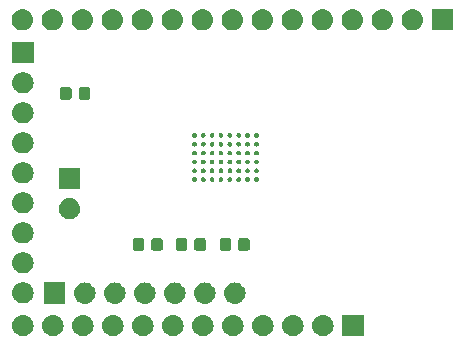
<source format=gts>
G04 #@! TF.GenerationSoftware,KiCad,Pcbnew,5.0.2-bee76a0~70~ubuntu14.04.1*
G04 #@! TF.CreationDate,2018-12-07T19:13:15-07:00*
G04 #@! TF.ProjectId,sram-addon,7372616d-2d61-4646-946f-6e2e6b696361,rev?*
G04 #@! TF.SameCoordinates,Original*
G04 #@! TF.FileFunction,Soldermask,Top*
G04 #@! TF.FilePolarity,Negative*
%FSLAX46Y46*%
G04 Gerber Fmt 4.6, Leading zero omitted, Abs format (unit mm)*
G04 Created by KiCad (PCBNEW 5.0.2-bee76a0~70~ubuntu14.04.1) date Fri 07 Dec 2018 07:13:15 PM MST*
%MOMM*%
%LPD*%
G01*
G04 APERTURE LIST*
%ADD10C,0.100000*%
G04 APERTURE END LIST*
D10*
G36*
X138191000Y-102001000D02*
X136389000Y-102001000D01*
X136389000Y-100199000D01*
X138191000Y-100199000D01*
X138191000Y-102001000D01*
X138191000Y-102001000D01*
G37*
G36*
X134860442Y-100205518D02*
X134926627Y-100212037D01*
X135039853Y-100246384D01*
X135096467Y-100263557D01*
X135235087Y-100337652D01*
X135252991Y-100347222D01*
X135288729Y-100376552D01*
X135390186Y-100459814D01*
X135473448Y-100561271D01*
X135502778Y-100597009D01*
X135502779Y-100597011D01*
X135586443Y-100753533D01*
X135586443Y-100753534D01*
X135637963Y-100923373D01*
X135655359Y-101100000D01*
X135637963Y-101276627D01*
X135603616Y-101389853D01*
X135586443Y-101446467D01*
X135512348Y-101585087D01*
X135502778Y-101602991D01*
X135473448Y-101638729D01*
X135390186Y-101740186D01*
X135288729Y-101823448D01*
X135252991Y-101852778D01*
X135252989Y-101852779D01*
X135096467Y-101936443D01*
X135039853Y-101953616D01*
X134926627Y-101987963D01*
X134860442Y-101994482D01*
X134794260Y-102001000D01*
X134705740Y-102001000D01*
X134639558Y-101994482D01*
X134573373Y-101987963D01*
X134460147Y-101953616D01*
X134403533Y-101936443D01*
X134247011Y-101852779D01*
X134247009Y-101852778D01*
X134211271Y-101823448D01*
X134109814Y-101740186D01*
X134026552Y-101638729D01*
X133997222Y-101602991D01*
X133987652Y-101585087D01*
X133913557Y-101446467D01*
X133896384Y-101389853D01*
X133862037Y-101276627D01*
X133844641Y-101100000D01*
X133862037Y-100923373D01*
X133913557Y-100753534D01*
X133913557Y-100753533D01*
X133997221Y-100597011D01*
X133997222Y-100597009D01*
X134026552Y-100561271D01*
X134109814Y-100459814D01*
X134211271Y-100376552D01*
X134247009Y-100347222D01*
X134264913Y-100337652D01*
X134403533Y-100263557D01*
X134460147Y-100246384D01*
X134573373Y-100212037D01*
X134639558Y-100205518D01*
X134705740Y-100199000D01*
X134794260Y-100199000D01*
X134860442Y-100205518D01*
X134860442Y-100205518D01*
G37*
G36*
X109460442Y-100205518D02*
X109526627Y-100212037D01*
X109639853Y-100246384D01*
X109696467Y-100263557D01*
X109835087Y-100337652D01*
X109852991Y-100347222D01*
X109888729Y-100376552D01*
X109990186Y-100459814D01*
X110073448Y-100561271D01*
X110102778Y-100597009D01*
X110102779Y-100597011D01*
X110186443Y-100753533D01*
X110186443Y-100753534D01*
X110237963Y-100923373D01*
X110255359Y-101100000D01*
X110237963Y-101276627D01*
X110203616Y-101389853D01*
X110186443Y-101446467D01*
X110112348Y-101585087D01*
X110102778Y-101602991D01*
X110073448Y-101638729D01*
X109990186Y-101740186D01*
X109888729Y-101823448D01*
X109852991Y-101852778D01*
X109852989Y-101852779D01*
X109696467Y-101936443D01*
X109639853Y-101953616D01*
X109526627Y-101987963D01*
X109460442Y-101994482D01*
X109394260Y-102001000D01*
X109305740Y-102001000D01*
X109239558Y-101994482D01*
X109173373Y-101987963D01*
X109060147Y-101953616D01*
X109003533Y-101936443D01*
X108847011Y-101852779D01*
X108847009Y-101852778D01*
X108811271Y-101823448D01*
X108709814Y-101740186D01*
X108626552Y-101638729D01*
X108597222Y-101602991D01*
X108587652Y-101585087D01*
X108513557Y-101446467D01*
X108496384Y-101389853D01*
X108462037Y-101276627D01*
X108444641Y-101100000D01*
X108462037Y-100923373D01*
X108513557Y-100753534D01*
X108513557Y-100753533D01*
X108597221Y-100597011D01*
X108597222Y-100597009D01*
X108626552Y-100561271D01*
X108709814Y-100459814D01*
X108811271Y-100376552D01*
X108847009Y-100347222D01*
X108864913Y-100337652D01*
X109003533Y-100263557D01*
X109060147Y-100246384D01*
X109173373Y-100212037D01*
X109239558Y-100205518D01*
X109305740Y-100199000D01*
X109394260Y-100199000D01*
X109460442Y-100205518D01*
X109460442Y-100205518D01*
G37*
G36*
X112000442Y-100205518D02*
X112066627Y-100212037D01*
X112179853Y-100246384D01*
X112236467Y-100263557D01*
X112375087Y-100337652D01*
X112392991Y-100347222D01*
X112428729Y-100376552D01*
X112530186Y-100459814D01*
X112613448Y-100561271D01*
X112642778Y-100597009D01*
X112642779Y-100597011D01*
X112726443Y-100753533D01*
X112726443Y-100753534D01*
X112777963Y-100923373D01*
X112795359Y-101100000D01*
X112777963Y-101276627D01*
X112743616Y-101389853D01*
X112726443Y-101446467D01*
X112652348Y-101585087D01*
X112642778Y-101602991D01*
X112613448Y-101638729D01*
X112530186Y-101740186D01*
X112428729Y-101823448D01*
X112392991Y-101852778D01*
X112392989Y-101852779D01*
X112236467Y-101936443D01*
X112179853Y-101953616D01*
X112066627Y-101987963D01*
X112000442Y-101994482D01*
X111934260Y-102001000D01*
X111845740Y-102001000D01*
X111779558Y-101994482D01*
X111713373Y-101987963D01*
X111600147Y-101953616D01*
X111543533Y-101936443D01*
X111387011Y-101852779D01*
X111387009Y-101852778D01*
X111351271Y-101823448D01*
X111249814Y-101740186D01*
X111166552Y-101638729D01*
X111137222Y-101602991D01*
X111127652Y-101585087D01*
X111053557Y-101446467D01*
X111036384Y-101389853D01*
X111002037Y-101276627D01*
X110984641Y-101100000D01*
X111002037Y-100923373D01*
X111053557Y-100753534D01*
X111053557Y-100753533D01*
X111137221Y-100597011D01*
X111137222Y-100597009D01*
X111166552Y-100561271D01*
X111249814Y-100459814D01*
X111351271Y-100376552D01*
X111387009Y-100347222D01*
X111404913Y-100337652D01*
X111543533Y-100263557D01*
X111600147Y-100246384D01*
X111713373Y-100212037D01*
X111779558Y-100205518D01*
X111845740Y-100199000D01*
X111934260Y-100199000D01*
X112000442Y-100205518D01*
X112000442Y-100205518D01*
G37*
G36*
X114540442Y-100205518D02*
X114606627Y-100212037D01*
X114719853Y-100246384D01*
X114776467Y-100263557D01*
X114915087Y-100337652D01*
X114932991Y-100347222D01*
X114968729Y-100376552D01*
X115070186Y-100459814D01*
X115153448Y-100561271D01*
X115182778Y-100597009D01*
X115182779Y-100597011D01*
X115266443Y-100753533D01*
X115266443Y-100753534D01*
X115317963Y-100923373D01*
X115335359Y-101100000D01*
X115317963Y-101276627D01*
X115283616Y-101389853D01*
X115266443Y-101446467D01*
X115192348Y-101585087D01*
X115182778Y-101602991D01*
X115153448Y-101638729D01*
X115070186Y-101740186D01*
X114968729Y-101823448D01*
X114932991Y-101852778D01*
X114932989Y-101852779D01*
X114776467Y-101936443D01*
X114719853Y-101953616D01*
X114606627Y-101987963D01*
X114540442Y-101994482D01*
X114474260Y-102001000D01*
X114385740Y-102001000D01*
X114319558Y-101994482D01*
X114253373Y-101987963D01*
X114140147Y-101953616D01*
X114083533Y-101936443D01*
X113927011Y-101852779D01*
X113927009Y-101852778D01*
X113891271Y-101823448D01*
X113789814Y-101740186D01*
X113706552Y-101638729D01*
X113677222Y-101602991D01*
X113667652Y-101585087D01*
X113593557Y-101446467D01*
X113576384Y-101389853D01*
X113542037Y-101276627D01*
X113524641Y-101100000D01*
X113542037Y-100923373D01*
X113593557Y-100753534D01*
X113593557Y-100753533D01*
X113677221Y-100597011D01*
X113677222Y-100597009D01*
X113706552Y-100561271D01*
X113789814Y-100459814D01*
X113891271Y-100376552D01*
X113927009Y-100347222D01*
X113944913Y-100337652D01*
X114083533Y-100263557D01*
X114140147Y-100246384D01*
X114253373Y-100212037D01*
X114319558Y-100205518D01*
X114385740Y-100199000D01*
X114474260Y-100199000D01*
X114540442Y-100205518D01*
X114540442Y-100205518D01*
G37*
G36*
X117080442Y-100205518D02*
X117146627Y-100212037D01*
X117259853Y-100246384D01*
X117316467Y-100263557D01*
X117455087Y-100337652D01*
X117472991Y-100347222D01*
X117508729Y-100376552D01*
X117610186Y-100459814D01*
X117693448Y-100561271D01*
X117722778Y-100597009D01*
X117722779Y-100597011D01*
X117806443Y-100753533D01*
X117806443Y-100753534D01*
X117857963Y-100923373D01*
X117875359Y-101100000D01*
X117857963Y-101276627D01*
X117823616Y-101389853D01*
X117806443Y-101446467D01*
X117732348Y-101585087D01*
X117722778Y-101602991D01*
X117693448Y-101638729D01*
X117610186Y-101740186D01*
X117508729Y-101823448D01*
X117472991Y-101852778D01*
X117472989Y-101852779D01*
X117316467Y-101936443D01*
X117259853Y-101953616D01*
X117146627Y-101987963D01*
X117080442Y-101994482D01*
X117014260Y-102001000D01*
X116925740Y-102001000D01*
X116859558Y-101994482D01*
X116793373Y-101987963D01*
X116680147Y-101953616D01*
X116623533Y-101936443D01*
X116467011Y-101852779D01*
X116467009Y-101852778D01*
X116431271Y-101823448D01*
X116329814Y-101740186D01*
X116246552Y-101638729D01*
X116217222Y-101602991D01*
X116207652Y-101585087D01*
X116133557Y-101446467D01*
X116116384Y-101389853D01*
X116082037Y-101276627D01*
X116064641Y-101100000D01*
X116082037Y-100923373D01*
X116133557Y-100753534D01*
X116133557Y-100753533D01*
X116217221Y-100597011D01*
X116217222Y-100597009D01*
X116246552Y-100561271D01*
X116329814Y-100459814D01*
X116431271Y-100376552D01*
X116467009Y-100347222D01*
X116484913Y-100337652D01*
X116623533Y-100263557D01*
X116680147Y-100246384D01*
X116793373Y-100212037D01*
X116859558Y-100205518D01*
X116925740Y-100199000D01*
X117014260Y-100199000D01*
X117080442Y-100205518D01*
X117080442Y-100205518D01*
G37*
G36*
X119620442Y-100205518D02*
X119686627Y-100212037D01*
X119799853Y-100246384D01*
X119856467Y-100263557D01*
X119995087Y-100337652D01*
X120012991Y-100347222D01*
X120048729Y-100376552D01*
X120150186Y-100459814D01*
X120233448Y-100561271D01*
X120262778Y-100597009D01*
X120262779Y-100597011D01*
X120346443Y-100753533D01*
X120346443Y-100753534D01*
X120397963Y-100923373D01*
X120415359Y-101100000D01*
X120397963Y-101276627D01*
X120363616Y-101389853D01*
X120346443Y-101446467D01*
X120272348Y-101585087D01*
X120262778Y-101602991D01*
X120233448Y-101638729D01*
X120150186Y-101740186D01*
X120048729Y-101823448D01*
X120012991Y-101852778D01*
X120012989Y-101852779D01*
X119856467Y-101936443D01*
X119799853Y-101953616D01*
X119686627Y-101987963D01*
X119620442Y-101994482D01*
X119554260Y-102001000D01*
X119465740Y-102001000D01*
X119399558Y-101994482D01*
X119333373Y-101987963D01*
X119220147Y-101953616D01*
X119163533Y-101936443D01*
X119007011Y-101852779D01*
X119007009Y-101852778D01*
X118971271Y-101823448D01*
X118869814Y-101740186D01*
X118786552Y-101638729D01*
X118757222Y-101602991D01*
X118747652Y-101585087D01*
X118673557Y-101446467D01*
X118656384Y-101389853D01*
X118622037Y-101276627D01*
X118604641Y-101100000D01*
X118622037Y-100923373D01*
X118673557Y-100753534D01*
X118673557Y-100753533D01*
X118757221Y-100597011D01*
X118757222Y-100597009D01*
X118786552Y-100561271D01*
X118869814Y-100459814D01*
X118971271Y-100376552D01*
X119007009Y-100347222D01*
X119024913Y-100337652D01*
X119163533Y-100263557D01*
X119220147Y-100246384D01*
X119333373Y-100212037D01*
X119399558Y-100205518D01*
X119465740Y-100199000D01*
X119554260Y-100199000D01*
X119620442Y-100205518D01*
X119620442Y-100205518D01*
G37*
G36*
X124700442Y-100205518D02*
X124766627Y-100212037D01*
X124879853Y-100246384D01*
X124936467Y-100263557D01*
X125075087Y-100337652D01*
X125092991Y-100347222D01*
X125128729Y-100376552D01*
X125230186Y-100459814D01*
X125313448Y-100561271D01*
X125342778Y-100597009D01*
X125342779Y-100597011D01*
X125426443Y-100753533D01*
X125426443Y-100753534D01*
X125477963Y-100923373D01*
X125495359Y-101100000D01*
X125477963Y-101276627D01*
X125443616Y-101389853D01*
X125426443Y-101446467D01*
X125352348Y-101585087D01*
X125342778Y-101602991D01*
X125313448Y-101638729D01*
X125230186Y-101740186D01*
X125128729Y-101823448D01*
X125092991Y-101852778D01*
X125092989Y-101852779D01*
X124936467Y-101936443D01*
X124879853Y-101953616D01*
X124766627Y-101987963D01*
X124700442Y-101994482D01*
X124634260Y-102001000D01*
X124545740Y-102001000D01*
X124479558Y-101994482D01*
X124413373Y-101987963D01*
X124300147Y-101953616D01*
X124243533Y-101936443D01*
X124087011Y-101852779D01*
X124087009Y-101852778D01*
X124051271Y-101823448D01*
X123949814Y-101740186D01*
X123866552Y-101638729D01*
X123837222Y-101602991D01*
X123827652Y-101585087D01*
X123753557Y-101446467D01*
X123736384Y-101389853D01*
X123702037Y-101276627D01*
X123684641Y-101100000D01*
X123702037Y-100923373D01*
X123753557Y-100753534D01*
X123753557Y-100753533D01*
X123837221Y-100597011D01*
X123837222Y-100597009D01*
X123866552Y-100561271D01*
X123949814Y-100459814D01*
X124051271Y-100376552D01*
X124087009Y-100347222D01*
X124104913Y-100337652D01*
X124243533Y-100263557D01*
X124300147Y-100246384D01*
X124413373Y-100212037D01*
X124479558Y-100205518D01*
X124545740Y-100199000D01*
X124634260Y-100199000D01*
X124700442Y-100205518D01*
X124700442Y-100205518D01*
G37*
G36*
X127240442Y-100205518D02*
X127306627Y-100212037D01*
X127419853Y-100246384D01*
X127476467Y-100263557D01*
X127615087Y-100337652D01*
X127632991Y-100347222D01*
X127668729Y-100376552D01*
X127770186Y-100459814D01*
X127853448Y-100561271D01*
X127882778Y-100597009D01*
X127882779Y-100597011D01*
X127966443Y-100753533D01*
X127966443Y-100753534D01*
X128017963Y-100923373D01*
X128035359Y-101100000D01*
X128017963Y-101276627D01*
X127983616Y-101389853D01*
X127966443Y-101446467D01*
X127892348Y-101585087D01*
X127882778Y-101602991D01*
X127853448Y-101638729D01*
X127770186Y-101740186D01*
X127668729Y-101823448D01*
X127632991Y-101852778D01*
X127632989Y-101852779D01*
X127476467Y-101936443D01*
X127419853Y-101953616D01*
X127306627Y-101987963D01*
X127240442Y-101994482D01*
X127174260Y-102001000D01*
X127085740Y-102001000D01*
X127019558Y-101994482D01*
X126953373Y-101987963D01*
X126840147Y-101953616D01*
X126783533Y-101936443D01*
X126627011Y-101852779D01*
X126627009Y-101852778D01*
X126591271Y-101823448D01*
X126489814Y-101740186D01*
X126406552Y-101638729D01*
X126377222Y-101602991D01*
X126367652Y-101585087D01*
X126293557Y-101446467D01*
X126276384Y-101389853D01*
X126242037Y-101276627D01*
X126224641Y-101100000D01*
X126242037Y-100923373D01*
X126293557Y-100753534D01*
X126293557Y-100753533D01*
X126377221Y-100597011D01*
X126377222Y-100597009D01*
X126406552Y-100561271D01*
X126489814Y-100459814D01*
X126591271Y-100376552D01*
X126627009Y-100347222D01*
X126644913Y-100337652D01*
X126783533Y-100263557D01*
X126840147Y-100246384D01*
X126953373Y-100212037D01*
X127019558Y-100205518D01*
X127085740Y-100199000D01*
X127174260Y-100199000D01*
X127240442Y-100205518D01*
X127240442Y-100205518D01*
G37*
G36*
X129780442Y-100205518D02*
X129846627Y-100212037D01*
X129959853Y-100246384D01*
X130016467Y-100263557D01*
X130155087Y-100337652D01*
X130172991Y-100347222D01*
X130208729Y-100376552D01*
X130310186Y-100459814D01*
X130393448Y-100561271D01*
X130422778Y-100597009D01*
X130422779Y-100597011D01*
X130506443Y-100753533D01*
X130506443Y-100753534D01*
X130557963Y-100923373D01*
X130575359Y-101100000D01*
X130557963Y-101276627D01*
X130523616Y-101389853D01*
X130506443Y-101446467D01*
X130432348Y-101585087D01*
X130422778Y-101602991D01*
X130393448Y-101638729D01*
X130310186Y-101740186D01*
X130208729Y-101823448D01*
X130172991Y-101852778D01*
X130172989Y-101852779D01*
X130016467Y-101936443D01*
X129959853Y-101953616D01*
X129846627Y-101987963D01*
X129780442Y-101994482D01*
X129714260Y-102001000D01*
X129625740Y-102001000D01*
X129559558Y-101994482D01*
X129493373Y-101987963D01*
X129380147Y-101953616D01*
X129323533Y-101936443D01*
X129167011Y-101852779D01*
X129167009Y-101852778D01*
X129131271Y-101823448D01*
X129029814Y-101740186D01*
X128946552Y-101638729D01*
X128917222Y-101602991D01*
X128907652Y-101585087D01*
X128833557Y-101446467D01*
X128816384Y-101389853D01*
X128782037Y-101276627D01*
X128764641Y-101100000D01*
X128782037Y-100923373D01*
X128833557Y-100753534D01*
X128833557Y-100753533D01*
X128917221Y-100597011D01*
X128917222Y-100597009D01*
X128946552Y-100561271D01*
X129029814Y-100459814D01*
X129131271Y-100376552D01*
X129167009Y-100347222D01*
X129184913Y-100337652D01*
X129323533Y-100263557D01*
X129380147Y-100246384D01*
X129493373Y-100212037D01*
X129559558Y-100205518D01*
X129625740Y-100199000D01*
X129714260Y-100199000D01*
X129780442Y-100205518D01*
X129780442Y-100205518D01*
G37*
G36*
X132320442Y-100205518D02*
X132386627Y-100212037D01*
X132499853Y-100246384D01*
X132556467Y-100263557D01*
X132695087Y-100337652D01*
X132712991Y-100347222D01*
X132748729Y-100376552D01*
X132850186Y-100459814D01*
X132933448Y-100561271D01*
X132962778Y-100597009D01*
X132962779Y-100597011D01*
X133046443Y-100753533D01*
X133046443Y-100753534D01*
X133097963Y-100923373D01*
X133115359Y-101100000D01*
X133097963Y-101276627D01*
X133063616Y-101389853D01*
X133046443Y-101446467D01*
X132972348Y-101585087D01*
X132962778Y-101602991D01*
X132933448Y-101638729D01*
X132850186Y-101740186D01*
X132748729Y-101823448D01*
X132712991Y-101852778D01*
X132712989Y-101852779D01*
X132556467Y-101936443D01*
X132499853Y-101953616D01*
X132386627Y-101987963D01*
X132320442Y-101994482D01*
X132254260Y-102001000D01*
X132165740Y-102001000D01*
X132099558Y-101994482D01*
X132033373Y-101987963D01*
X131920147Y-101953616D01*
X131863533Y-101936443D01*
X131707011Y-101852779D01*
X131707009Y-101852778D01*
X131671271Y-101823448D01*
X131569814Y-101740186D01*
X131486552Y-101638729D01*
X131457222Y-101602991D01*
X131447652Y-101585087D01*
X131373557Y-101446467D01*
X131356384Y-101389853D01*
X131322037Y-101276627D01*
X131304641Y-101100000D01*
X131322037Y-100923373D01*
X131373557Y-100753534D01*
X131373557Y-100753533D01*
X131457221Y-100597011D01*
X131457222Y-100597009D01*
X131486552Y-100561271D01*
X131569814Y-100459814D01*
X131671271Y-100376552D01*
X131707009Y-100347222D01*
X131724913Y-100337652D01*
X131863533Y-100263557D01*
X131920147Y-100246384D01*
X132033373Y-100212037D01*
X132099558Y-100205518D01*
X132165740Y-100199000D01*
X132254260Y-100199000D01*
X132320442Y-100205518D01*
X132320442Y-100205518D01*
G37*
G36*
X122160442Y-100205518D02*
X122226627Y-100212037D01*
X122339853Y-100246384D01*
X122396467Y-100263557D01*
X122535087Y-100337652D01*
X122552991Y-100347222D01*
X122588729Y-100376552D01*
X122690186Y-100459814D01*
X122773448Y-100561271D01*
X122802778Y-100597009D01*
X122802779Y-100597011D01*
X122886443Y-100753533D01*
X122886443Y-100753534D01*
X122937963Y-100923373D01*
X122955359Y-101100000D01*
X122937963Y-101276627D01*
X122903616Y-101389853D01*
X122886443Y-101446467D01*
X122812348Y-101585087D01*
X122802778Y-101602991D01*
X122773448Y-101638729D01*
X122690186Y-101740186D01*
X122588729Y-101823448D01*
X122552991Y-101852778D01*
X122552989Y-101852779D01*
X122396467Y-101936443D01*
X122339853Y-101953616D01*
X122226627Y-101987963D01*
X122160442Y-101994482D01*
X122094260Y-102001000D01*
X122005740Y-102001000D01*
X121939558Y-101994482D01*
X121873373Y-101987963D01*
X121760147Y-101953616D01*
X121703533Y-101936443D01*
X121547011Y-101852779D01*
X121547009Y-101852778D01*
X121511271Y-101823448D01*
X121409814Y-101740186D01*
X121326552Y-101638729D01*
X121297222Y-101602991D01*
X121287652Y-101585087D01*
X121213557Y-101446467D01*
X121196384Y-101389853D01*
X121162037Y-101276627D01*
X121144641Y-101100000D01*
X121162037Y-100923373D01*
X121213557Y-100753534D01*
X121213557Y-100753533D01*
X121297221Y-100597011D01*
X121297222Y-100597009D01*
X121326552Y-100561271D01*
X121409814Y-100459814D01*
X121511271Y-100376552D01*
X121547009Y-100347222D01*
X121564913Y-100337652D01*
X121703533Y-100263557D01*
X121760147Y-100246384D01*
X121873373Y-100212037D01*
X121939558Y-100205518D01*
X122005740Y-100199000D01*
X122094260Y-100199000D01*
X122160442Y-100205518D01*
X122160442Y-100205518D01*
G37*
G36*
X117240443Y-97455519D02*
X117306627Y-97462037D01*
X117419853Y-97496384D01*
X117476467Y-97513557D01*
X117615087Y-97587652D01*
X117632991Y-97597222D01*
X117668729Y-97626552D01*
X117770186Y-97709814D01*
X117853448Y-97811271D01*
X117882778Y-97847009D01*
X117882779Y-97847011D01*
X117966443Y-98003533D01*
X117966443Y-98003534D01*
X118017963Y-98173373D01*
X118035359Y-98350000D01*
X118017963Y-98526627D01*
X117983616Y-98639853D01*
X117966443Y-98696467D01*
X117892348Y-98835087D01*
X117882778Y-98852991D01*
X117853448Y-98888729D01*
X117770186Y-98990186D01*
X117669546Y-99072778D01*
X117632991Y-99102778D01*
X117632989Y-99102779D01*
X117476467Y-99186443D01*
X117419853Y-99203616D01*
X117306627Y-99237963D01*
X117240443Y-99244481D01*
X117174260Y-99251000D01*
X117085740Y-99251000D01*
X117019557Y-99244481D01*
X116953373Y-99237963D01*
X116840147Y-99203616D01*
X116783533Y-99186443D01*
X116627011Y-99102779D01*
X116627009Y-99102778D01*
X116590454Y-99072778D01*
X116489814Y-98990186D01*
X116406552Y-98888729D01*
X116377222Y-98852991D01*
X116367652Y-98835087D01*
X116293557Y-98696467D01*
X116276384Y-98639853D01*
X116242037Y-98526627D01*
X116224641Y-98350000D01*
X116242037Y-98173373D01*
X116293557Y-98003534D01*
X116293557Y-98003533D01*
X116377221Y-97847011D01*
X116377222Y-97847009D01*
X116406552Y-97811271D01*
X116489814Y-97709814D01*
X116591271Y-97626552D01*
X116627009Y-97597222D01*
X116644913Y-97587652D01*
X116783533Y-97513557D01*
X116840147Y-97496384D01*
X116953373Y-97462037D01*
X117019557Y-97455519D01*
X117085740Y-97449000D01*
X117174260Y-97449000D01*
X117240443Y-97455519D01*
X117240443Y-97455519D01*
G37*
G36*
X122320443Y-97455519D02*
X122386627Y-97462037D01*
X122499853Y-97496384D01*
X122556467Y-97513557D01*
X122695087Y-97587652D01*
X122712991Y-97597222D01*
X122748729Y-97626552D01*
X122850186Y-97709814D01*
X122933448Y-97811271D01*
X122962778Y-97847009D01*
X122962779Y-97847011D01*
X123046443Y-98003533D01*
X123046443Y-98003534D01*
X123097963Y-98173373D01*
X123115359Y-98350000D01*
X123097963Y-98526627D01*
X123063616Y-98639853D01*
X123046443Y-98696467D01*
X122972348Y-98835087D01*
X122962778Y-98852991D01*
X122933448Y-98888729D01*
X122850186Y-98990186D01*
X122749546Y-99072778D01*
X122712991Y-99102778D01*
X122712989Y-99102779D01*
X122556467Y-99186443D01*
X122499853Y-99203616D01*
X122386627Y-99237963D01*
X122320443Y-99244481D01*
X122254260Y-99251000D01*
X122165740Y-99251000D01*
X122099557Y-99244481D01*
X122033373Y-99237963D01*
X121920147Y-99203616D01*
X121863533Y-99186443D01*
X121707011Y-99102779D01*
X121707009Y-99102778D01*
X121670454Y-99072778D01*
X121569814Y-98990186D01*
X121486552Y-98888729D01*
X121457222Y-98852991D01*
X121447652Y-98835087D01*
X121373557Y-98696467D01*
X121356384Y-98639853D01*
X121322037Y-98526627D01*
X121304641Y-98350000D01*
X121322037Y-98173373D01*
X121373557Y-98003534D01*
X121373557Y-98003533D01*
X121457221Y-97847011D01*
X121457222Y-97847009D01*
X121486552Y-97811271D01*
X121569814Y-97709814D01*
X121671271Y-97626552D01*
X121707009Y-97597222D01*
X121724913Y-97587652D01*
X121863533Y-97513557D01*
X121920147Y-97496384D01*
X122033373Y-97462037D01*
X122099557Y-97455519D01*
X122165740Y-97449000D01*
X122254260Y-97449000D01*
X122320443Y-97455519D01*
X122320443Y-97455519D01*
G37*
G36*
X119780443Y-97455519D02*
X119846627Y-97462037D01*
X119959853Y-97496384D01*
X120016467Y-97513557D01*
X120155087Y-97587652D01*
X120172991Y-97597222D01*
X120208729Y-97626552D01*
X120310186Y-97709814D01*
X120393448Y-97811271D01*
X120422778Y-97847009D01*
X120422779Y-97847011D01*
X120506443Y-98003533D01*
X120506443Y-98003534D01*
X120557963Y-98173373D01*
X120575359Y-98350000D01*
X120557963Y-98526627D01*
X120523616Y-98639853D01*
X120506443Y-98696467D01*
X120432348Y-98835087D01*
X120422778Y-98852991D01*
X120393448Y-98888729D01*
X120310186Y-98990186D01*
X120209546Y-99072778D01*
X120172991Y-99102778D01*
X120172989Y-99102779D01*
X120016467Y-99186443D01*
X119959853Y-99203616D01*
X119846627Y-99237963D01*
X119780443Y-99244481D01*
X119714260Y-99251000D01*
X119625740Y-99251000D01*
X119559557Y-99244481D01*
X119493373Y-99237963D01*
X119380147Y-99203616D01*
X119323533Y-99186443D01*
X119167011Y-99102779D01*
X119167009Y-99102778D01*
X119130454Y-99072778D01*
X119029814Y-98990186D01*
X118946552Y-98888729D01*
X118917222Y-98852991D01*
X118907652Y-98835087D01*
X118833557Y-98696467D01*
X118816384Y-98639853D01*
X118782037Y-98526627D01*
X118764641Y-98350000D01*
X118782037Y-98173373D01*
X118833557Y-98003534D01*
X118833557Y-98003533D01*
X118917221Y-97847011D01*
X118917222Y-97847009D01*
X118946552Y-97811271D01*
X119029814Y-97709814D01*
X119131271Y-97626552D01*
X119167009Y-97597222D01*
X119184913Y-97587652D01*
X119323533Y-97513557D01*
X119380147Y-97496384D01*
X119493373Y-97462037D01*
X119559557Y-97455519D01*
X119625740Y-97449000D01*
X119714260Y-97449000D01*
X119780443Y-97455519D01*
X119780443Y-97455519D01*
G37*
G36*
X114700443Y-97455519D02*
X114766627Y-97462037D01*
X114879853Y-97496384D01*
X114936467Y-97513557D01*
X115075087Y-97587652D01*
X115092991Y-97597222D01*
X115128729Y-97626552D01*
X115230186Y-97709814D01*
X115313448Y-97811271D01*
X115342778Y-97847009D01*
X115342779Y-97847011D01*
X115426443Y-98003533D01*
X115426443Y-98003534D01*
X115477963Y-98173373D01*
X115495359Y-98350000D01*
X115477963Y-98526627D01*
X115443616Y-98639853D01*
X115426443Y-98696467D01*
X115352348Y-98835087D01*
X115342778Y-98852991D01*
X115313448Y-98888729D01*
X115230186Y-98990186D01*
X115129546Y-99072778D01*
X115092991Y-99102778D01*
X115092989Y-99102779D01*
X114936467Y-99186443D01*
X114879853Y-99203616D01*
X114766627Y-99237963D01*
X114700443Y-99244481D01*
X114634260Y-99251000D01*
X114545740Y-99251000D01*
X114479557Y-99244481D01*
X114413373Y-99237963D01*
X114300147Y-99203616D01*
X114243533Y-99186443D01*
X114087011Y-99102779D01*
X114087009Y-99102778D01*
X114050454Y-99072778D01*
X113949814Y-98990186D01*
X113866552Y-98888729D01*
X113837222Y-98852991D01*
X113827652Y-98835087D01*
X113753557Y-98696467D01*
X113736384Y-98639853D01*
X113702037Y-98526627D01*
X113684641Y-98350000D01*
X113702037Y-98173373D01*
X113753557Y-98003534D01*
X113753557Y-98003533D01*
X113837221Y-97847011D01*
X113837222Y-97847009D01*
X113866552Y-97811271D01*
X113949814Y-97709814D01*
X114051271Y-97626552D01*
X114087009Y-97597222D01*
X114104913Y-97587652D01*
X114243533Y-97513557D01*
X114300147Y-97496384D01*
X114413373Y-97462037D01*
X114479557Y-97455519D01*
X114545740Y-97449000D01*
X114634260Y-97449000D01*
X114700443Y-97455519D01*
X114700443Y-97455519D01*
G37*
G36*
X112951000Y-99251000D02*
X111149000Y-99251000D01*
X111149000Y-97449000D01*
X112951000Y-97449000D01*
X112951000Y-99251000D01*
X112951000Y-99251000D01*
G37*
G36*
X124860443Y-97455519D02*
X124926627Y-97462037D01*
X125039853Y-97496384D01*
X125096467Y-97513557D01*
X125235087Y-97587652D01*
X125252991Y-97597222D01*
X125288729Y-97626552D01*
X125390186Y-97709814D01*
X125473448Y-97811271D01*
X125502778Y-97847009D01*
X125502779Y-97847011D01*
X125586443Y-98003533D01*
X125586443Y-98003534D01*
X125637963Y-98173373D01*
X125655359Y-98350000D01*
X125637963Y-98526627D01*
X125603616Y-98639853D01*
X125586443Y-98696467D01*
X125512348Y-98835087D01*
X125502778Y-98852991D01*
X125473448Y-98888729D01*
X125390186Y-98990186D01*
X125289546Y-99072778D01*
X125252991Y-99102778D01*
X125252989Y-99102779D01*
X125096467Y-99186443D01*
X125039853Y-99203616D01*
X124926627Y-99237963D01*
X124860443Y-99244481D01*
X124794260Y-99251000D01*
X124705740Y-99251000D01*
X124639557Y-99244481D01*
X124573373Y-99237963D01*
X124460147Y-99203616D01*
X124403533Y-99186443D01*
X124247011Y-99102779D01*
X124247009Y-99102778D01*
X124210454Y-99072778D01*
X124109814Y-98990186D01*
X124026552Y-98888729D01*
X123997222Y-98852991D01*
X123987652Y-98835087D01*
X123913557Y-98696467D01*
X123896384Y-98639853D01*
X123862037Y-98526627D01*
X123844641Y-98350000D01*
X123862037Y-98173373D01*
X123913557Y-98003534D01*
X123913557Y-98003533D01*
X123997221Y-97847011D01*
X123997222Y-97847009D01*
X124026552Y-97811271D01*
X124109814Y-97709814D01*
X124211271Y-97626552D01*
X124247009Y-97597222D01*
X124264913Y-97587652D01*
X124403533Y-97513557D01*
X124460147Y-97496384D01*
X124573373Y-97462037D01*
X124639557Y-97455519D01*
X124705740Y-97449000D01*
X124794260Y-97449000D01*
X124860443Y-97455519D01*
X124860443Y-97455519D01*
G37*
G36*
X127400443Y-97455519D02*
X127466627Y-97462037D01*
X127579853Y-97496384D01*
X127636467Y-97513557D01*
X127775087Y-97587652D01*
X127792991Y-97597222D01*
X127828729Y-97626552D01*
X127930186Y-97709814D01*
X128013448Y-97811271D01*
X128042778Y-97847009D01*
X128042779Y-97847011D01*
X128126443Y-98003533D01*
X128126443Y-98003534D01*
X128177963Y-98173373D01*
X128195359Y-98350000D01*
X128177963Y-98526627D01*
X128143616Y-98639853D01*
X128126443Y-98696467D01*
X128052348Y-98835087D01*
X128042778Y-98852991D01*
X128013448Y-98888729D01*
X127930186Y-98990186D01*
X127829546Y-99072778D01*
X127792991Y-99102778D01*
X127792989Y-99102779D01*
X127636467Y-99186443D01*
X127579853Y-99203616D01*
X127466627Y-99237963D01*
X127400443Y-99244481D01*
X127334260Y-99251000D01*
X127245740Y-99251000D01*
X127179557Y-99244481D01*
X127113373Y-99237963D01*
X127000147Y-99203616D01*
X126943533Y-99186443D01*
X126787011Y-99102779D01*
X126787009Y-99102778D01*
X126750454Y-99072778D01*
X126649814Y-98990186D01*
X126566552Y-98888729D01*
X126537222Y-98852991D01*
X126527652Y-98835087D01*
X126453557Y-98696467D01*
X126436384Y-98639853D01*
X126402037Y-98526627D01*
X126384641Y-98350000D01*
X126402037Y-98173373D01*
X126453557Y-98003534D01*
X126453557Y-98003533D01*
X126537221Y-97847011D01*
X126537222Y-97847009D01*
X126566552Y-97811271D01*
X126649814Y-97709814D01*
X126751271Y-97626552D01*
X126787009Y-97597222D01*
X126804913Y-97587652D01*
X126943533Y-97513557D01*
X127000147Y-97496384D01*
X127113373Y-97462037D01*
X127179557Y-97455519D01*
X127245740Y-97449000D01*
X127334260Y-97449000D01*
X127400443Y-97455519D01*
X127400443Y-97455519D01*
G37*
G36*
X109460443Y-97425519D02*
X109526627Y-97432037D01*
X109625524Y-97462037D01*
X109696467Y-97483557D01*
X109752592Y-97513557D01*
X109852991Y-97567222D01*
X109888729Y-97596552D01*
X109990186Y-97679814D01*
X110073448Y-97781271D01*
X110102778Y-97817009D01*
X110102779Y-97817011D01*
X110186443Y-97973533D01*
X110203616Y-98030147D01*
X110237963Y-98143373D01*
X110255359Y-98320000D01*
X110237963Y-98496627D01*
X110203616Y-98609853D01*
X110186443Y-98666467D01*
X110170408Y-98696466D01*
X110102778Y-98822991D01*
X110078159Y-98852989D01*
X109990186Y-98960186D01*
X109888729Y-99043448D01*
X109852991Y-99072778D01*
X109852989Y-99072779D01*
X109696467Y-99156443D01*
X109639853Y-99173616D01*
X109526627Y-99207963D01*
X109460443Y-99214481D01*
X109394260Y-99221000D01*
X109305740Y-99221000D01*
X109239557Y-99214481D01*
X109173373Y-99207963D01*
X109060147Y-99173616D01*
X109003533Y-99156443D01*
X108847011Y-99072779D01*
X108847009Y-99072778D01*
X108811271Y-99043448D01*
X108709814Y-98960186D01*
X108621841Y-98852989D01*
X108597222Y-98822991D01*
X108529592Y-98696466D01*
X108513557Y-98666467D01*
X108496384Y-98609853D01*
X108462037Y-98496627D01*
X108444641Y-98320000D01*
X108462037Y-98143373D01*
X108496384Y-98030147D01*
X108513557Y-97973533D01*
X108597221Y-97817011D01*
X108597222Y-97817009D01*
X108626552Y-97781271D01*
X108709814Y-97679814D01*
X108811271Y-97596552D01*
X108847009Y-97567222D01*
X108947408Y-97513557D01*
X109003533Y-97483557D01*
X109074476Y-97462037D01*
X109173373Y-97432037D01*
X109239557Y-97425519D01*
X109305740Y-97419000D01*
X109394260Y-97419000D01*
X109460443Y-97425519D01*
X109460443Y-97425519D01*
G37*
G36*
X109460442Y-94885518D02*
X109526627Y-94892037D01*
X109639853Y-94926384D01*
X109696467Y-94943557D01*
X109835087Y-95017652D01*
X109852991Y-95027222D01*
X109888729Y-95056552D01*
X109990186Y-95139814D01*
X110073448Y-95241271D01*
X110102778Y-95277009D01*
X110102779Y-95277011D01*
X110186443Y-95433533D01*
X110186443Y-95433534D01*
X110237963Y-95603373D01*
X110255359Y-95780000D01*
X110237963Y-95956627D01*
X110203616Y-96069853D01*
X110186443Y-96126467D01*
X110112348Y-96265087D01*
X110102778Y-96282991D01*
X110073448Y-96318729D01*
X109990186Y-96420186D01*
X109888729Y-96503448D01*
X109852991Y-96532778D01*
X109852989Y-96532779D01*
X109696467Y-96616443D01*
X109639853Y-96633616D01*
X109526627Y-96667963D01*
X109460442Y-96674482D01*
X109394260Y-96681000D01*
X109305740Y-96681000D01*
X109239557Y-96674481D01*
X109173373Y-96667963D01*
X109060147Y-96633616D01*
X109003533Y-96616443D01*
X108847011Y-96532779D01*
X108847009Y-96532778D01*
X108811271Y-96503448D01*
X108709814Y-96420186D01*
X108626552Y-96318729D01*
X108597222Y-96282991D01*
X108587652Y-96265087D01*
X108513557Y-96126467D01*
X108496384Y-96069853D01*
X108462037Y-95956627D01*
X108444641Y-95780000D01*
X108462037Y-95603373D01*
X108513557Y-95433534D01*
X108513557Y-95433533D01*
X108597221Y-95277011D01*
X108597222Y-95277009D01*
X108626552Y-95241271D01*
X108709814Y-95139814D01*
X108811271Y-95056552D01*
X108847009Y-95027222D01*
X108864913Y-95017652D01*
X109003533Y-94943557D01*
X109060147Y-94926384D01*
X109173373Y-94892037D01*
X109239558Y-94885518D01*
X109305740Y-94879000D01*
X109394260Y-94879000D01*
X109460442Y-94885518D01*
X109460442Y-94885518D01*
G37*
G36*
X128401271Y-93712085D02*
X128435249Y-93722393D01*
X128466567Y-93739133D01*
X128494019Y-93761661D01*
X128516547Y-93789113D01*
X128533287Y-93820431D01*
X128543595Y-93854409D01*
X128547680Y-93895890D01*
X128547680Y-94572110D01*
X128543595Y-94613591D01*
X128533287Y-94647569D01*
X128516547Y-94678887D01*
X128494019Y-94706339D01*
X128466567Y-94728867D01*
X128435249Y-94745607D01*
X128401271Y-94755915D01*
X128359790Y-94760000D01*
X127758570Y-94760000D01*
X127717089Y-94755915D01*
X127683111Y-94745607D01*
X127651793Y-94728867D01*
X127624341Y-94706339D01*
X127601813Y-94678887D01*
X127585073Y-94647569D01*
X127574765Y-94613591D01*
X127570680Y-94572110D01*
X127570680Y-93895890D01*
X127574765Y-93854409D01*
X127585073Y-93820431D01*
X127601813Y-93789113D01*
X127624341Y-93761661D01*
X127651793Y-93739133D01*
X127683111Y-93722393D01*
X127717089Y-93712085D01*
X127758570Y-93708000D01*
X128359790Y-93708000D01*
X128401271Y-93712085D01*
X128401271Y-93712085D01*
G37*
G36*
X119468091Y-93712085D02*
X119502069Y-93722393D01*
X119533387Y-93739133D01*
X119560839Y-93761661D01*
X119583367Y-93789113D01*
X119600107Y-93820431D01*
X119610415Y-93854409D01*
X119614500Y-93895890D01*
X119614500Y-94572110D01*
X119610415Y-94613591D01*
X119600107Y-94647569D01*
X119583367Y-94678887D01*
X119560839Y-94706339D01*
X119533387Y-94728867D01*
X119502069Y-94745607D01*
X119468091Y-94755915D01*
X119426610Y-94760000D01*
X118825390Y-94760000D01*
X118783909Y-94755915D01*
X118749931Y-94745607D01*
X118718613Y-94728867D01*
X118691161Y-94706339D01*
X118668633Y-94678887D01*
X118651893Y-94647569D01*
X118641585Y-94613591D01*
X118637500Y-94572110D01*
X118637500Y-93895890D01*
X118641585Y-93854409D01*
X118651893Y-93820431D01*
X118668633Y-93789113D01*
X118691161Y-93761661D01*
X118718613Y-93739133D01*
X118749931Y-93722393D01*
X118783909Y-93712085D01*
X118825390Y-93708000D01*
X119426610Y-93708000D01*
X119468091Y-93712085D01*
X119468091Y-93712085D01*
G37*
G36*
X121043091Y-93712085D02*
X121077069Y-93722393D01*
X121108387Y-93739133D01*
X121135839Y-93761661D01*
X121158367Y-93789113D01*
X121175107Y-93820431D01*
X121185415Y-93854409D01*
X121189500Y-93895890D01*
X121189500Y-94572110D01*
X121185415Y-94613591D01*
X121175107Y-94647569D01*
X121158367Y-94678887D01*
X121135839Y-94706339D01*
X121108387Y-94728867D01*
X121077069Y-94745607D01*
X121043091Y-94755915D01*
X121001610Y-94760000D01*
X120400390Y-94760000D01*
X120358909Y-94755915D01*
X120324931Y-94745607D01*
X120293613Y-94728867D01*
X120266161Y-94706339D01*
X120243633Y-94678887D01*
X120226893Y-94647569D01*
X120216585Y-94613591D01*
X120212500Y-94572110D01*
X120212500Y-93895890D01*
X120216585Y-93854409D01*
X120226893Y-93820431D01*
X120243633Y-93789113D01*
X120266161Y-93761661D01*
X120293613Y-93739133D01*
X120324931Y-93722393D01*
X120358909Y-93712085D01*
X120400390Y-93708000D01*
X121001610Y-93708000D01*
X121043091Y-93712085D01*
X121043091Y-93712085D01*
G37*
G36*
X126826271Y-93712085D02*
X126860249Y-93722393D01*
X126891567Y-93739133D01*
X126919019Y-93761661D01*
X126941547Y-93789113D01*
X126958287Y-93820431D01*
X126968595Y-93854409D01*
X126972680Y-93895890D01*
X126972680Y-94572110D01*
X126968595Y-94613591D01*
X126958287Y-94647569D01*
X126941547Y-94678887D01*
X126919019Y-94706339D01*
X126891567Y-94728867D01*
X126860249Y-94745607D01*
X126826271Y-94755915D01*
X126784790Y-94760000D01*
X126183570Y-94760000D01*
X126142089Y-94755915D01*
X126108111Y-94745607D01*
X126076793Y-94728867D01*
X126049341Y-94706339D01*
X126026813Y-94678887D01*
X126010073Y-94647569D01*
X125999765Y-94613591D01*
X125995680Y-94572110D01*
X125995680Y-93895890D01*
X125999765Y-93854409D01*
X126010073Y-93820431D01*
X126026813Y-93789113D01*
X126049341Y-93761661D01*
X126076793Y-93739133D01*
X126108111Y-93722393D01*
X126142089Y-93712085D01*
X126183570Y-93708000D01*
X126784790Y-93708000D01*
X126826271Y-93712085D01*
X126826271Y-93712085D01*
G37*
G36*
X124687791Y-93709545D02*
X124721769Y-93719853D01*
X124753087Y-93736593D01*
X124780539Y-93759121D01*
X124803067Y-93786573D01*
X124819807Y-93817891D01*
X124830115Y-93851869D01*
X124834200Y-93893350D01*
X124834200Y-94569570D01*
X124830115Y-94611051D01*
X124819807Y-94645029D01*
X124803067Y-94676347D01*
X124780539Y-94703799D01*
X124753087Y-94726327D01*
X124721769Y-94743067D01*
X124687791Y-94753375D01*
X124646310Y-94757460D01*
X124045090Y-94757460D01*
X124003609Y-94753375D01*
X123969631Y-94743067D01*
X123938313Y-94726327D01*
X123910861Y-94703799D01*
X123888333Y-94676347D01*
X123871593Y-94645029D01*
X123861285Y-94611051D01*
X123857200Y-94569570D01*
X123857200Y-93893350D01*
X123861285Y-93851869D01*
X123871593Y-93817891D01*
X123888333Y-93786573D01*
X123910861Y-93759121D01*
X123938313Y-93736593D01*
X123969631Y-93719853D01*
X124003609Y-93709545D01*
X124045090Y-93705460D01*
X124646310Y-93705460D01*
X124687791Y-93709545D01*
X124687791Y-93709545D01*
G37*
G36*
X123112791Y-93709545D02*
X123146769Y-93719853D01*
X123178087Y-93736593D01*
X123205539Y-93759121D01*
X123228067Y-93786573D01*
X123244807Y-93817891D01*
X123255115Y-93851869D01*
X123259200Y-93893350D01*
X123259200Y-94569570D01*
X123255115Y-94611051D01*
X123244807Y-94645029D01*
X123228067Y-94676347D01*
X123205539Y-94703799D01*
X123178087Y-94726327D01*
X123146769Y-94743067D01*
X123112791Y-94753375D01*
X123071310Y-94757460D01*
X122470090Y-94757460D01*
X122428609Y-94753375D01*
X122394631Y-94743067D01*
X122363313Y-94726327D01*
X122335861Y-94703799D01*
X122313333Y-94676347D01*
X122296593Y-94645029D01*
X122286285Y-94611051D01*
X122282200Y-94569570D01*
X122282200Y-93893350D01*
X122286285Y-93851869D01*
X122296593Y-93817891D01*
X122313333Y-93786573D01*
X122335861Y-93759121D01*
X122363313Y-93736593D01*
X122394631Y-93719853D01*
X122428609Y-93709545D01*
X122470090Y-93705460D01*
X123071310Y-93705460D01*
X123112791Y-93709545D01*
X123112791Y-93709545D01*
G37*
G36*
X109460443Y-92345519D02*
X109526627Y-92352037D01*
X109639853Y-92386384D01*
X109696467Y-92403557D01*
X109835087Y-92477652D01*
X109852991Y-92487222D01*
X109888729Y-92516552D01*
X109990186Y-92599814D01*
X110073448Y-92701271D01*
X110102778Y-92737009D01*
X110102779Y-92737011D01*
X110186443Y-92893533D01*
X110186443Y-92893534D01*
X110237963Y-93063373D01*
X110255359Y-93240000D01*
X110237963Y-93416627D01*
X110203616Y-93529853D01*
X110186443Y-93586467D01*
X110122839Y-93705460D01*
X110102778Y-93742991D01*
X110089540Y-93759121D01*
X109990186Y-93880186D01*
X109902374Y-93952250D01*
X109852991Y-93992778D01*
X109852989Y-93992779D01*
X109696467Y-94076443D01*
X109639853Y-94093616D01*
X109526627Y-94127963D01*
X109460442Y-94134482D01*
X109394260Y-94141000D01*
X109305740Y-94141000D01*
X109239558Y-94134482D01*
X109173373Y-94127963D01*
X109060147Y-94093616D01*
X109003533Y-94076443D01*
X108847011Y-93992779D01*
X108847009Y-93992778D01*
X108797626Y-93952250D01*
X108709814Y-93880186D01*
X108610460Y-93759121D01*
X108597222Y-93742991D01*
X108577161Y-93705460D01*
X108513557Y-93586467D01*
X108496384Y-93529853D01*
X108462037Y-93416627D01*
X108444641Y-93240000D01*
X108462037Y-93063373D01*
X108513557Y-92893534D01*
X108513557Y-92893533D01*
X108597221Y-92737011D01*
X108597222Y-92737009D01*
X108626552Y-92701271D01*
X108709814Y-92599814D01*
X108811271Y-92516552D01*
X108847009Y-92487222D01*
X108864913Y-92477652D01*
X109003533Y-92403557D01*
X109060147Y-92386384D01*
X109173373Y-92352037D01*
X109239557Y-92345519D01*
X109305740Y-92339000D01*
X109394260Y-92339000D01*
X109460443Y-92345519D01*
X109460443Y-92345519D01*
G37*
G36*
X113394443Y-90291519D02*
X113460627Y-90298037D01*
X113573853Y-90332384D01*
X113630467Y-90349557D01*
X113769087Y-90423652D01*
X113786991Y-90433222D01*
X113822729Y-90462552D01*
X113924186Y-90545814D01*
X114007448Y-90647271D01*
X114036778Y-90683009D01*
X114036779Y-90683011D01*
X114120443Y-90839533D01*
X114131695Y-90876627D01*
X114171963Y-91009373D01*
X114189359Y-91186000D01*
X114171963Y-91362627D01*
X114144616Y-91452778D01*
X114120443Y-91532467D01*
X114090779Y-91587963D01*
X114036778Y-91688991D01*
X114007448Y-91724729D01*
X113924186Y-91826186D01*
X113822729Y-91909448D01*
X113786991Y-91938778D01*
X113786989Y-91938779D01*
X113630467Y-92022443D01*
X113573853Y-92039616D01*
X113460627Y-92073963D01*
X113394443Y-92080481D01*
X113328260Y-92087000D01*
X113239740Y-92087000D01*
X113173557Y-92080481D01*
X113107373Y-92073963D01*
X112994147Y-92039616D01*
X112937533Y-92022443D01*
X112781011Y-91938779D01*
X112781009Y-91938778D01*
X112745271Y-91909448D01*
X112643814Y-91826186D01*
X112560552Y-91724729D01*
X112531222Y-91688991D01*
X112477221Y-91587963D01*
X112447557Y-91532467D01*
X112423384Y-91452778D01*
X112396037Y-91362627D01*
X112378641Y-91186000D01*
X112396037Y-91009373D01*
X112436305Y-90876627D01*
X112447557Y-90839533D01*
X112531221Y-90683011D01*
X112531222Y-90683009D01*
X112560552Y-90647271D01*
X112643814Y-90545814D01*
X112745271Y-90462552D01*
X112781009Y-90433222D01*
X112798913Y-90423652D01*
X112937533Y-90349557D01*
X112994147Y-90332384D01*
X113107373Y-90298037D01*
X113173557Y-90291519D01*
X113239740Y-90285000D01*
X113328260Y-90285000D01*
X113394443Y-90291519D01*
X113394443Y-90291519D01*
G37*
G36*
X109460442Y-89805518D02*
X109526627Y-89812037D01*
X109639853Y-89846384D01*
X109696467Y-89863557D01*
X109835087Y-89937652D01*
X109852991Y-89947222D01*
X109888729Y-89976552D01*
X109990186Y-90059814D01*
X110073448Y-90161271D01*
X110102778Y-90197009D01*
X110102779Y-90197011D01*
X110186443Y-90353533D01*
X110186443Y-90353534D01*
X110237963Y-90523373D01*
X110255359Y-90700000D01*
X110237963Y-90876627D01*
X110203616Y-90989853D01*
X110186443Y-91046467D01*
X110112348Y-91185087D01*
X110102778Y-91202991D01*
X110073448Y-91238729D01*
X109990186Y-91340186D01*
X109888729Y-91423448D01*
X109852991Y-91452778D01*
X109852989Y-91452779D01*
X109696467Y-91536443D01*
X109639853Y-91553616D01*
X109526627Y-91587963D01*
X109460442Y-91594482D01*
X109394260Y-91601000D01*
X109305740Y-91601000D01*
X109239558Y-91594482D01*
X109173373Y-91587963D01*
X109060147Y-91553616D01*
X109003533Y-91536443D01*
X108847011Y-91452779D01*
X108847009Y-91452778D01*
X108811271Y-91423448D01*
X108709814Y-91340186D01*
X108626552Y-91238729D01*
X108597222Y-91202991D01*
X108587652Y-91185087D01*
X108513557Y-91046467D01*
X108496384Y-90989853D01*
X108462037Y-90876627D01*
X108444641Y-90700000D01*
X108462037Y-90523373D01*
X108513557Y-90353534D01*
X108513557Y-90353533D01*
X108597221Y-90197011D01*
X108597222Y-90197009D01*
X108626552Y-90161271D01*
X108709814Y-90059814D01*
X108811271Y-89976552D01*
X108847009Y-89947222D01*
X108864913Y-89937652D01*
X109003533Y-89863557D01*
X109060147Y-89846384D01*
X109173373Y-89812037D01*
X109239558Y-89805518D01*
X109305740Y-89799000D01*
X109394260Y-89799000D01*
X109460442Y-89805518D01*
X109460442Y-89805518D01*
G37*
G36*
X114185000Y-89547000D02*
X112383000Y-89547000D01*
X112383000Y-87745000D01*
X114185000Y-87745000D01*
X114185000Y-89547000D01*
X114185000Y-89547000D01*
G37*
G36*
X109460442Y-87265518D02*
X109526627Y-87272037D01*
X109624172Y-87301627D01*
X109696467Y-87323557D01*
X109785468Y-87371130D01*
X109852991Y-87407222D01*
X109888393Y-87436276D01*
X109990186Y-87519814D01*
X110073448Y-87621271D01*
X110102778Y-87657009D01*
X110102779Y-87657011D01*
X110186443Y-87813533D01*
X110193523Y-87836873D01*
X110237963Y-87983373D01*
X110255359Y-88160000D01*
X110237963Y-88336627D01*
X110203616Y-88449853D01*
X110186443Y-88506467D01*
X110112348Y-88645087D01*
X110102778Y-88662991D01*
X110085230Y-88684373D01*
X109990186Y-88800186D01*
X109903739Y-88871130D01*
X109852991Y-88912778D01*
X109852989Y-88912779D01*
X109696467Y-88996443D01*
X109639853Y-89013616D01*
X109526627Y-89047963D01*
X109460442Y-89054482D01*
X109394260Y-89061000D01*
X109305740Y-89061000D01*
X109239558Y-89054482D01*
X109173373Y-89047963D01*
X109060147Y-89013616D01*
X109003533Y-88996443D01*
X108847011Y-88912779D01*
X108847009Y-88912778D01*
X108796261Y-88871130D01*
X108709814Y-88800186D01*
X108614770Y-88684373D01*
X108597222Y-88662991D01*
X108587652Y-88645087D01*
X108513557Y-88506467D01*
X108496384Y-88449853D01*
X108462037Y-88336627D01*
X108444641Y-88160000D01*
X108462037Y-87983373D01*
X108506477Y-87836873D01*
X108513557Y-87813533D01*
X108597221Y-87657011D01*
X108597222Y-87657009D01*
X108626552Y-87621271D01*
X108709814Y-87519814D01*
X108811607Y-87436276D01*
X108847009Y-87407222D01*
X108914532Y-87371130D01*
X109003533Y-87323557D01*
X109075828Y-87301627D01*
X109173373Y-87272037D01*
X109239558Y-87265518D01*
X109305740Y-87259000D01*
X109394260Y-87259000D01*
X109460442Y-87265518D01*
X109460442Y-87265518D01*
G37*
G36*
X128396505Y-88543931D02*
X128425630Y-88549724D01*
X128462209Y-88564876D01*
X128462211Y-88564877D01*
X128478782Y-88575950D01*
X128495130Y-88586873D01*
X128523127Y-88614870D01*
X128545124Y-88647791D01*
X128560276Y-88684370D01*
X128568000Y-88723203D01*
X128568000Y-88762797D01*
X128560276Y-88801630D01*
X128545124Y-88838209D01*
X128545123Y-88838211D01*
X128523126Y-88871131D01*
X128495131Y-88899126D01*
X128462211Y-88921123D01*
X128462210Y-88921124D01*
X128462209Y-88921124D01*
X128425630Y-88936276D01*
X128396505Y-88942069D01*
X128386798Y-88944000D01*
X128347202Y-88944000D01*
X128337495Y-88942069D01*
X128308370Y-88936276D01*
X128271791Y-88921124D01*
X128271790Y-88921124D01*
X128271789Y-88921123D01*
X128238869Y-88899126D01*
X128210874Y-88871131D01*
X128188877Y-88838211D01*
X128188876Y-88838209D01*
X128173724Y-88801630D01*
X128166000Y-88762797D01*
X128166000Y-88723203D01*
X128173724Y-88684370D01*
X128188876Y-88647791D01*
X128210873Y-88614870D01*
X128238870Y-88586873D01*
X128255218Y-88575950D01*
X128271789Y-88564877D01*
X128271791Y-88564876D01*
X128308370Y-88549724D01*
X128337495Y-88543931D01*
X128347202Y-88542000D01*
X128386798Y-88542000D01*
X128396505Y-88543931D01*
X128396505Y-88543931D01*
G37*
G36*
X127646505Y-88543931D02*
X127675630Y-88549724D01*
X127712209Y-88564876D01*
X127712211Y-88564877D01*
X127728782Y-88575950D01*
X127745130Y-88586873D01*
X127773127Y-88614870D01*
X127795124Y-88647791D01*
X127810276Y-88684370D01*
X127818000Y-88723203D01*
X127818000Y-88762797D01*
X127810276Y-88801630D01*
X127795124Y-88838209D01*
X127795123Y-88838211D01*
X127773126Y-88871131D01*
X127745131Y-88899126D01*
X127712211Y-88921123D01*
X127712210Y-88921124D01*
X127712209Y-88921124D01*
X127675630Y-88936276D01*
X127646505Y-88942069D01*
X127636798Y-88944000D01*
X127597202Y-88944000D01*
X127587495Y-88942069D01*
X127558370Y-88936276D01*
X127521791Y-88921124D01*
X127521790Y-88921124D01*
X127521789Y-88921123D01*
X127488869Y-88899126D01*
X127460874Y-88871131D01*
X127438877Y-88838211D01*
X127438876Y-88838209D01*
X127423724Y-88801630D01*
X127416000Y-88762797D01*
X127416000Y-88723203D01*
X127423724Y-88684370D01*
X127438876Y-88647791D01*
X127460873Y-88614870D01*
X127488870Y-88586873D01*
X127505218Y-88575950D01*
X127521789Y-88564877D01*
X127521791Y-88564876D01*
X127558370Y-88549724D01*
X127587495Y-88543931D01*
X127597202Y-88542000D01*
X127636798Y-88542000D01*
X127646505Y-88543931D01*
X127646505Y-88543931D01*
G37*
G36*
X126896505Y-88543931D02*
X126925630Y-88549724D01*
X126962209Y-88564876D01*
X126962211Y-88564877D01*
X126978782Y-88575950D01*
X126995130Y-88586873D01*
X127023127Y-88614870D01*
X127045124Y-88647791D01*
X127060276Y-88684370D01*
X127068000Y-88723203D01*
X127068000Y-88762797D01*
X127060276Y-88801630D01*
X127045124Y-88838209D01*
X127045123Y-88838211D01*
X127023126Y-88871131D01*
X126995131Y-88899126D01*
X126962211Y-88921123D01*
X126962210Y-88921124D01*
X126962209Y-88921124D01*
X126925630Y-88936276D01*
X126896505Y-88942069D01*
X126886798Y-88944000D01*
X126847202Y-88944000D01*
X126837495Y-88942069D01*
X126808370Y-88936276D01*
X126771791Y-88921124D01*
X126771790Y-88921124D01*
X126771789Y-88921123D01*
X126738869Y-88899126D01*
X126710874Y-88871131D01*
X126688877Y-88838211D01*
X126688876Y-88838209D01*
X126673724Y-88801630D01*
X126666000Y-88762797D01*
X126666000Y-88723203D01*
X126673724Y-88684370D01*
X126688876Y-88647791D01*
X126710873Y-88614870D01*
X126738870Y-88586873D01*
X126755218Y-88575950D01*
X126771789Y-88564877D01*
X126771791Y-88564876D01*
X126808370Y-88549724D01*
X126837495Y-88543931D01*
X126847202Y-88542000D01*
X126886798Y-88542000D01*
X126896505Y-88543931D01*
X126896505Y-88543931D01*
G37*
G36*
X126146505Y-88543931D02*
X126175630Y-88549724D01*
X126212209Y-88564876D01*
X126212211Y-88564877D01*
X126228782Y-88575950D01*
X126245130Y-88586873D01*
X126273127Y-88614870D01*
X126295124Y-88647791D01*
X126310276Y-88684370D01*
X126318000Y-88723203D01*
X126318000Y-88762797D01*
X126310276Y-88801630D01*
X126295124Y-88838209D01*
X126295123Y-88838211D01*
X126273126Y-88871131D01*
X126245131Y-88899126D01*
X126212211Y-88921123D01*
X126212210Y-88921124D01*
X126212209Y-88921124D01*
X126175630Y-88936276D01*
X126146505Y-88942069D01*
X126136798Y-88944000D01*
X126097202Y-88944000D01*
X126087495Y-88942069D01*
X126058370Y-88936276D01*
X126021791Y-88921124D01*
X126021790Y-88921124D01*
X126021789Y-88921123D01*
X125988869Y-88899126D01*
X125960874Y-88871131D01*
X125938877Y-88838211D01*
X125938876Y-88838209D01*
X125923724Y-88801630D01*
X125916000Y-88762797D01*
X125916000Y-88723203D01*
X125923724Y-88684370D01*
X125938876Y-88647791D01*
X125960873Y-88614870D01*
X125988870Y-88586873D01*
X126005218Y-88575950D01*
X126021789Y-88564877D01*
X126021791Y-88564876D01*
X126058370Y-88549724D01*
X126087495Y-88543931D01*
X126097202Y-88542000D01*
X126136798Y-88542000D01*
X126146505Y-88543931D01*
X126146505Y-88543931D01*
G37*
G36*
X125396505Y-88543931D02*
X125425630Y-88549724D01*
X125462209Y-88564876D01*
X125462211Y-88564877D01*
X125478782Y-88575950D01*
X125495130Y-88586873D01*
X125523127Y-88614870D01*
X125545124Y-88647791D01*
X125560276Y-88684370D01*
X125568000Y-88723203D01*
X125568000Y-88762797D01*
X125560276Y-88801630D01*
X125545124Y-88838209D01*
X125545123Y-88838211D01*
X125523126Y-88871131D01*
X125495131Y-88899126D01*
X125462211Y-88921123D01*
X125462210Y-88921124D01*
X125462209Y-88921124D01*
X125425630Y-88936276D01*
X125396505Y-88942069D01*
X125386798Y-88944000D01*
X125347202Y-88944000D01*
X125337495Y-88942069D01*
X125308370Y-88936276D01*
X125271791Y-88921124D01*
X125271790Y-88921124D01*
X125271789Y-88921123D01*
X125238869Y-88899126D01*
X125210874Y-88871131D01*
X125188877Y-88838211D01*
X125188876Y-88838209D01*
X125173724Y-88801630D01*
X125166000Y-88762797D01*
X125166000Y-88723203D01*
X125173724Y-88684370D01*
X125188876Y-88647791D01*
X125210873Y-88614870D01*
X125238870Y-88586873D01*
X125255218Y-88575950D01*
X125271789Y-88564877D01*
X125271791Y-88564876D01*
X125308370Y-88549724D01*
X125337495Y-88543931D01*
X125347202Y-88542000D01*
X125386798Y-88542000D01*
X125396505Y-88543931D01*
X125396505Y-88543931D01*
G37*
G36*
X124646505Y-88543931D02*
X124675630Y-88549724D01*
X124712209Y-88564876D01*
X124712211Y-88564877D01*
X124728782Y-88575950D01*
X124745130Y-88586873D01*
X124773127Y-88614870D01*
X124795124Y-88647791D01*
X124810276Y-88684370D01*
X124818000Y-88723203D01*
X124818000Y-88762797D01*
X124810276Y-88801630D01*
X124795124Y-88838209D01*
X124795123Y-88838211D01*
X124773126Y-88871131D01*
X124745131Y-88899126D01*
X124712211Y-88921123D01*
X124712210Y-88921124D01*
X124712209Y-88921124D01*
X124675630Y-88936276D01*
X124646505Y-88942069D01*
X124636798Y-88944000D01*
X124597202Y-88944000D01*
X124587495Y-88942069D01*
X124558370Y-88936276D01*
X124521791Y-88921124D01*
X124521790Y-88921124D01*
X124521789Y-88921123D01*
X124488869Y-88899126D01*
X124460874Y-88871131D01*
X124438877Y-88838211D01*
X124438876Y-88838209D01*
X124423724Y-88801630D01*
X124416000Y-88762797D01*
X124416000Y-88723203D01*
X124423724Y-88684370D01*
X124438876Y-88647791D01*
X124460873Y-88614870D01*
X124488870Y-88586873D01*
X124505218Y-88575950D01*
X124521789Y-88564877D01*
X124521791Y-88564876D01*
X124558370Y-88549724D01*
X124587495Y-88543931D01*
X124597202Y-88542000D01*
X124636798Y-88542000D01*
X124646505Y-88543931D01*
X124646505Y-88543931D01*
G37*
G36*
X123896505Y-88543931D02*
X123925630Y-88549724D01*
X123962209Y-88564876D01*
X123962211Y-88564877D01*
X123978782Y-88575950D01*
X123995130Y-88586873D01*
X124023127Y-88614870D01*
X124045124Y-88647791D01*
X124060276Y-88684370D01*
X124068000Y-88723203D01*
X124068000Y-88762797D01*
X124060276Y-88801630D01*
X124045124Y-88838209D01*
X124045123Y-88838211D01*
X124023126Y-88871131D01*
X123995131Y-88899126D01*
X123962211Y-88921123D01*
X123962210Y-88921124D01*
X123962209Y-88921124D01*
X123925630Y-88936276D01*
X123896505Y-88942069D01*
X123886798Y-88944000D01*
X123847202Y-88944000D01*
X123837495Y-88942069D01*
X123808370Y-88936276D01*
X123771791Y-88921124D01*
X123771790Y-88921124D01*
X123771789Y-88921123D01*
X123738869Y-88899126D01*
X123710874Y-88871131D01*
X123688877Y-88838211D01*
X123688876Y-88838209D01*
X123673724Y-88801630D01*
X123666000Y-88762797D01*
X123666000Y-88723203D01*
X123673724Y-88684370D01*
X123688876Y-88647791D01*
X123710873Y-88614870D01*
X123738870Y-88586873D01*
X123755218Y-88575950D01*
X123771789Y-88564877D01*
X123771791Y-88564876D01*
X123808370Y-88549724D01*
X123837495Y-88543931D01*
X123847202Y-88542000D01*
X123886798Y-88542000D01*
X123896505Y-88543931D01*
X123896505Y-88543931D01*
G37*
G36*
X129146505Y-88543931D02*
X129175630Y-88549724D01*
X129212209Y-88564876D01*
X129212211Y-88564877D01*
X129228782Y-88575950D01*
X129245130Y-88586873D01*
X129273127Y-88614870D01*
X129295124Y-88647791D01*
X129310276Y-88684370D01*
X129318000Y-88723203D01*
X129318000Y-88762797D01*
X129310276Y-88801630D01*
X129295124Y-88838209D01*
X129295123Y-88838211D01*
X129273126Y-88871131D01*
X129245131Y-88899126D01*
X129212211Y-88921123D01*
X129212210Y-88921124D01*
X129212209Y-88921124D01*
X129175630Y-88936276D01*
X129146505Y-88942069D01*
X129136798Y-88944000D01*
X129097202Y-88944000D01*
X129087495Y-88942069D01*
X129058370Y-88936276D01*
X129021791Y-88921124D01*
X129021790Y-88921124D01*
X129021789Y-88921123D01*
X128988869Y-88899126D01*
X128960874Y-88871131D01*
X128938877Y-88838211D01*
X128938876Y-88838209D01*
X128923724Y-88801630D01*
X128916000Y-88762797D01*
X128916000Y-88723203D01*
X128923724Y-88684370D01*
X128938876Y-88647791D01*
X128960873Y-88614870D01*
X128988870Y-88586873D01*
X129005218Y-88575950D01*
X129021789Y-88564877D01*
X129021791Y-88564876D01*
X129058370Y-88549724D01*
X129087495Y-88543931D01*
X129097202Y-88542000D01*
X129136798Y-88542000D01*
X129146505Y-88543931D01*
X129146505Y-88543931D01*
G37*
G36*
X129146505Y-87793931D02*
X129175630Y-87799724D01*
X129208969Y-87813534D01*
X129212211Y-87814877D01*
X129228782Y-87825950D01*
X129245130Y-87836873D01*
X129273127Y-87864870D01*
X129295124Y-87897791D01*
X129310276Y-87934370D01*
X129318000Y-87973203D01*
X129318000Y-88012797D01*
X129310276Y-88051630D01*
X129295124Y-88088209D01*
X129295123Y-88088211D01*
X129273126Y-88121131D01*
X129245131Y-88149126D01*
X129212211Y-88171123D01*
X129212210Y-88171124D01*
X129212209Y-88171124D01*
X129175630Y-88186276D01*
X129146505Y-88192069D01*
X129136798Y-88194000D01*
X129097202Y-88194000D01*
X129087495Y-88192069D01*
X129058370Y-88186276D01*
X129021791Y-88171124D01*
X129021790Y-88171124D01*
X129021789Y-88171123D01*
X128988869Y-88149126D01*
X128960874Y-88121131D01*
X128938877Y-88088211D01*
X128938876Y-88088209D01*
X128923724Y-88051630D01*
X128916000Y-88012797D01*
X128916000Y-87973203D01*
X128923724Y-87934370D01*
X128938876Y-87897791D01*
X128960873Y-87864870D01*
X128988870Y-87836873D01*
X129005218Y-87825950D01*
X129021789Y-87814877D01*
X129025031Y-87813534D01*
X129058370Y-87799724D01*
X129087495Y-87793931D01*
X129097202Y-87792000D01*
X129136798Y-87792000D01*
X129146505Y-87793931D01*
X129146505Y-87793931D01*
G37*
G36*
X126146505Y-87793931D02*
X126175630Y-87799724D01*
X126208969Y-87813534D01*
X126212211Y-87814877D01*
X126228782Y-87825950D01*
X126245130Y-87836873D01*
X126273127Y-87864870D01*
X126295124Y-87897791D01*
X126310276Y-87934370D01*
X126318000Y-87973203D01*
X126318000Y-88012797D01*
X126310276Y-88051630D01*
X126295124Y-88088209D01*
X126295123Y-88088211D01*
X126273126Y-88121131D01*
X126245131Y-88149126D01*
X126212211Y-88171123D01*
X126212210Y-88171124D01*
X126212209Y-88171124D01*
X126175630Y-88186276D01*
X126146505Y-88192069D01*
X126136798Y-88194000D01*
X126097202Y-88194000D01*
X126087495Y-88192069D01*
X126058370Y-88186276D01*
X126021791Y-88171124D01*
X126021790Y-88171124D01*
X126021789Y-88171123D01*
X125988869Y-88149126D01*
X125960874Y-88121131D01*
X125938877Y-88088211D01*
X125938876Y-88088209D01*
X125923724Y-88051630D01*
X125916000Y-88012797D01*
X125916000Y-87973203D01*
X125923724Y-87934370D01*
X125938876Y-87897791D01*
X125960873Y-87864870D01*
X125988870Y-87836873D01*
X126005218Y-87825950D01*
X126021789Y-87814877D01*
X126025031Y-87813534D01*
X126058370Y-87799724D01*
X126087495Y-87793931D01*
X126097202Y-87792000D01*
X126136798Y-87792000D01*
X126146505Y-87793931D01*
X126146505Y-87793931D01*
G37*
G36*
X128396505Y-87793931D02*
X128425630Y-87799724D01*
X128458969Y-87813534D01*
X128462211Y-87814877D01*
X128478782Y-87825950D01*
X128495130Y-87836873D01*
X128523127Y-87864870D01*
X128545124Y-87897791D01*
X128560276Y-87934370D01*
X128568000Y-87973203D01*
X128568000Y-88012797D01*
X128560276Y-88051630D01*
X128545124Y-88088209D01*
X128545123Y-88088211D01*
X128523126Y-88121131D01*
X128495131Y-88149126D01*
X128462211Y-88171123D01*
X128462210Y-88171124D01*
X128462209Y-88171124D01*
X128425630Y-88186276D01*
X128396505Y-88192069D01*
X128386798Y-88194000D01*
X128347202Y-88194000D01*
X128337495Y-88192069D01*
X128308370Y-88186276D01*
X128271791Y-88171124D01*
X128271790Y-88171124D01*
X128271789Y-88171123D01*
X128238869Y-88149126D01*
X128210874Y-88121131D01*
X128188877Y-88088211D01*
X128188876Y-88088209D01*
X128173724Y-88051630D01*
X128166000Y-88012797D01*
X128166000Y-87973203D01*
X128173724Y-87934370D01*
X128188876Y-87897791D01*
X128210873Y-87864870D01*
X128238870Y-87836873D01*
X128255218Y-87825950D01*
X128271789Y-87814877D01*
X128275031Y-87813534D01*
X128308370Y-87799724D01*
X128337495Y-87793931D01*
X128347202Y-87792000D01*
X128386798Y-87792000D01*
X128396505Y-87793931D01*
X128396505Y-87793931D01*
G37*
G36*
X127646505Y-87793931D02*
X127675630Y-87799724D01*
X127708969Y-87813534D01*
X127712211Y-87814877D01*
X127728782Y-87825950D01*
X127745130Y-87836873D01*
X127773127Y-87864870D01*
X127795124Y-87897791D01*
X127810276Y-87934370D01*
X127818000Y-87973203D01*
X127818000Y-88012797D01*
X127810276Y-88051630D01*
X127795124Y-88088209D01*
X127795123Y-88088211D01*
X127773126Y-88121131D01*
X127745131Y-88149126D01*
X127712211Y-88171123D01*
X127712210Y-88171124D01*
X127712209Y-88171124D01*
X127675630Y-88186276D01*
X127646505Y-88192069D01*
X127636798Y-88194000D01*
X127597202Y-88194000D01*
X127587495Y-88192069D01*
X127558370Y-88186276D01*
X127521791Y-88171124D01*
X127521790Y-88171124D01*
X127521789Y-88171123D01*
X127488869Y-88149126D01*
X127460874Y-88121131D01*
X127438877Y-88088211D01*
X127438876Y-88088209D01*
X127423724Y-88051630D01*
X127416000Y-88012797D01*
X127416000Y-87973203D01*
X127423724Y-87934370D01*
X127438876Y-87897791D01*
X127460873Y-87864870D01*
X127488870Y-87836873D01*
X127505218Y-87825950D01*
X127521789Y-87814877D01*
X127525031Y-87813534D01*
X127558370Y-87799724D01*
X127587495Y-87793931D01*
X127597202Y-87792000D01*
X127636798Y-87792000D01*
X127646505Y-87793931D01*
X127646505Y-87793931D01*
G37*
G36*
X126896505Y-87793931D02*
X126925630Y-87799724D01*
X126958969Y-87813534D01*
X126962211Y-87814877D01*
X126978782Y-87825950D01*
X126995130Y-87836873D01*
X127023127Y-87864870D01*
X127045124Y-87897791D01*
X127060276Y-87934370D01*
X127068000Y-87973203D01*
X127068000Y-88012797D01*
X127060276Y-88051630D01*
X127045124Y-88088209D01*
X127045123Y-88088211D01*
X127023126Y-88121131D01*
X126995131Y-88149126D01*
X126962211Y-88171123D01*
X126962210Y-88171124D01*
X126962209Y-88171124D01*
X126925630Y-88186276D01*
X126896505Y-88192069D01*
X126886798Y-88194000D01*
X126847202Y-88194000D01*
X126837495Y-88192069D01*
X126808370Y-88186276D01*
X126771791Y-88171124D01*
X126771790Y-88171124D01*
X126771789Y-88171123D01*
X126738869Y-88149126D01*
X126710874Y-88121131D01*
X126688877Y-88088211D01*
X126688876Y-88088209D01*
X126673724Y-88051630D01*
X126666000Y-88012797D01*
X126666000Y-87973203D01*
X126673724Y-87934370D01*
X126688876Y-87897791D01*
X126710873Y-87864870D01*
X126738870Y-87836873D01*
X126755218Y-87825950D01*
X126771789Y-87814877D01*
X126775031Y-87813534D01*
X126808370Y-87799724D01*
X126837495Y-87793931D01*
X126847202Y-87792000D01*
X126886798Y-87792000D01*
X126896505Y-87793931D01*
X126896505Y-87793931D01*
G37*
G36*
X125396505Y-87793931D02*
X125425630Y-87799724D01*
X125458969Y-87813534D01*
X125462211Y-87814877D01*
X125478782Y-87825950D01*
X125495130Y-87836873D01*
X125523127Y-87864870D01*
X125545124Y-87897791D01*
X125560276Y-87934370D01*
X125568000Y-87973203D01*
X125568000Y-88012797D01*
X125560276Y-88051630D01*
X125545124Y-88088209D01*
X125545123Y-88088211D01*
X125523126Y-88121131D01*
X125495131Y-88149126D01*
X125462211Y-88171123D01*
X125462210Y-88171124D01*
X125462209Y-88171124D01*
X125425630Y-88186276D01*
X125396505Y-88192069D01*
X125386798Y-88194000D01*
X125347202Y-88194000D01*
X125337495Y-88192069D01*
X125308370Y-88186276D01*
X125271791Y-88171124D01*
X125271790Y-88171124D01*
X125271789Y-88171123D01*
X125238869Y-88149126D01*
X125210874Y-88121131D01*
X125188877Y-88088211D01*
X125188876Y-88088209D01*
X125173724Y-88051630D01*
X125166000Y-88012797D01*
X125166000Y-87973203D01*
X125173724Y-87934370D01*
X125188876Y-87897791D01*
X125210873Y-87864870D01*
X125238870Y-87836873D01*
X125255218Y-87825950D01*
X125271789Y-87814877D01*
X125275031Y-87813534D01*
X125308370Y-87799724D01*
X125337495Y-87793931D01*
X125347202Y-87792000D01*
X125386798Y-87792000D01*
X125396505Y-87793931D01*
X125396505Y-87793931D01*
G37*
G36*
X124646505Y-87793931D02*
X124675630Y-87799724D01*
X124708969Y-87813534D01*
X124712211Y-87814877D01*
X124728782Y-87825950D01*
X124745130Y-87836873D01*
X124773127Y-87864870D01*
X124795124Y-87897791D01*
X124810276Y-87934370D01*
X124818000Y-87973203D01*
X124818000Y-88012797D01*
X124810276Y-88051630D01*
X124795124Y-88088209D01*
X124795123Y-88088211D01*
X124773126Y-88121131D01*
X124745131Y-88149126D01*
X124712211Y-88171123D01*
X124712210Y-88171124D01*
X124712209Y-88171124D01*
X124675630Y-88186276D01*
X124646505Y-88192069D01*
X124636798Y-88194000D01*
X124597202Y-88194000D01*
X124587495Y-88192069D01*
X124558370Y-88186276D01*
X124521791Y-88171124D01*
X124521790Y-88171124D01*
X124521789Y-88171123D01*
X124488869Y-88149126D01*
X124460874Y-88121131D01*
X124438877Y-88088211D01*
X124438876Y-88088209D01*
X124423724Y-88051630D01*
X124416000Y-88012797D01*
X124416000Y-87973203D01*
X124423724Y-87934370D01*
X124438876Y-87897791D01*
X124460873Y-87864870D01*
X124488870Y-87836873D01*
X124505218Y-87825950D01*
X124521789Y-87814877D01*
X124525031Y-87813534D01*
X124558370Y-87799724D01*
X124587495Y-87793931D01*
X124597202Y-87792000D01*
X124636798Y-87792000D01*
X124646505Y-87793931D01*
X124646505Y-87793931D01*
G37*
G36*
X123896505Y-87793931D02*
X123925630Y-87799724D01*
X123958969Y-87813534D01*
X123962211Y-87814877D01*
X123978782Y-87825950D01*
X123995130Y-87836873D01*
X124023127Y-87864870D01*
X124045124Y-87897791D01*
X124060276Y-87934370D01*
X124068000Y-87973203D01*
X124068000Y-88012797D01*
X124060276Y-88051630D01*
X124045124Y-88088209D01*
X124045123Y-88088211D01*
X124023126Y-88121131D01*
X123995131Y-88149126D01*
X123962211Y-88171123D01*
X123962210Y-88171124D01*
X123962209Y-88171124D01*
X123925630Y-88186276D01*
X123896505Y-88192069D01*
X123886798Y-88194000D01*
X123847202Y-88194000D01*
X123837495Y-88192069D01*
X123808370Y-88186276D01*
X123771791Y-88171124D01*
X123771790Y-88171124D01*
X123771789Y-88171123D01*
X123738869Y-88149126D01*
X123710874Y-88121131D01*
X123688877Y-88088211D01*
X123688876Y-88088209D01*
X123673724Y-88051630D01*
X123666000Y-88012797D01*
X123666000Y-87973203D01*
X123673724Y-87934370D01*
X123688876Y-87897791D01*
X123710873Y-87864870D01*
X123738870Y-87836873D01*
X123755218Y-87825950D01*
X123771789Y-87814877D01*
X123775031Y-87813534D01*
X123808370Y-87799724D01*
X123837495Y-87793931D01*
X123847202Y-87792000D01*
X123886798Y-87792000D01*
X123896505Y-87793931D01*
X123896505Y-87793931D01*
G37*
G36*
X128396505Y-87043931D02*
X128425630Y-87049724D01*
X128462209Y-87064876D01*
X128462211Y-87064877D01*
X128478782Y-87075950D01*
X128495130Y-87086873D01*
X128523127Y-87114870D01*
X128545124Y-87147791D01*
X128560276Y-87184370D01*
X128568000Y-87223203D01*
X128568000Y-87262797D01*
X128560276Y-87301630D01*
X128551193Y-87323557D01*
X128545123Y-87338211D01*
X128523126Y-87371131D01*
X128495131Y-87399126D01*
X128462211Y-87421123D01*
X128462210Y-87421124D01*
X128462209Y-87421124D01*
X128425630Y-87436276D01*
X128396505Y-87442069D01*
X128386798Y-87444000D01*
X128347202Y-87444000D01*
X128337495Y-87442069D01*
X128308370Y-87436276D01*
X128271791Y-87421124D01*
X128271790Y-87421124D01*
X128271789Y-87421123D01*
X128238869Y-87399126D01*
X128210874Y-87371131D01*
X128188877Y-87338211D01*
X128182807Y-87323557D01*
X128173724Y-87301630D01*
X128166000Y-87262797D01*
X128166000Y-87223203D01*
X128173724Y-87184370D01*
X128188876Y-87147791D01*
X128210873Y-87114870D01*
X128238870Y-87086873D01*
X128255218Y-87075950D01*
X128271789Y-87064877D01*
X128271791Y-87064876D01*
X128308370Y-87049724D01*
X128337495Y-87043931D01*
X128347202Y-87042000D01*
X128386798Y-87042000D01*
X128396505Y-87043931D01*
X128396505Y-87043931D01*
G37*
G36*
X123896505Y-87043931D02*
X123925630Y-87049724D01*
X123962209Y-87064876D01*
X123962211Y-87064877D01*
X123978782Y-87075950D01*
X123995130Y-87086873D01*
X124023127Y-87114870D01*
X124045124Y-87147791D01*
X124060276Y-87184370D01*
X124068000Y-87223203D01*
X124068000Y-87262797D01*
X124060276Y-87301630D01*
X124051193Y-87323557D01*
X124045123Y-87338211D01*
X124023126Y-87371131D01*
X123995131Y-87399126D01*
X123962211Y-87421123D01*
X123962210Y-87421124D01*
X123962209Y-87421124D01*
X123925630Y-87436276D01*
X123896505Y-87442069D01*
X123886798Y-87444000D01*
X123847202Y-87444000D01*
X123837495Y-87442069D01*
X123808370Y-87436276D01*
X123771791Y-87421124D01*
X123771790Y-87421124D01*
X123771789Y-87421123D01*
X123738869Y-87399126D01*
X123710874Y-87371131D01*
X123688877Y-87338211D01*
X123682807Y-87323557D01*
X123673724Y-87301630D01*
X123666000Y-87262797D01*
X123666000Y-87223203D01*
X123673724Y-87184370D01*
X123688876Y-87147791D01*
X123710873Y-87114870D01*
X123738870Y-87086873D01*
X123755218Y-87075950D01*
X123771789Y-87064877D01*
X123771791Y-87064876D01*
X123808370Y-87049724D01*
X123837495Y-87043931D01*
X123847202Y-87042000D01*
X123886798Y-87042000D01*
X123896505Y-87043931D01*
X123896505Y-87043931D01*
G37*
G36*
X124646505Y-87043931D02*
X124675630Y-87049724D01*
X124712209Y-87064876D01*
X124712211Y-87064877D01*
X124728782Y-87075950D01*
X124745130Y-87086873D01*
X124773127Y-87114870D01*
X124795124Y-87147791D01*
X124810276Y-87184370D01*
X124818000Y-87223203D01*
X124818000Y-87262797D01*
X124810276Y-87301630D01*
X124801193Y-87323557D01*
X124795123Y-87338211D01*
X124773126Y-87371131D01*
X124745131Y-87399126D01*
X124712211Y-87421123D01*
X124712210Y-87421124D01*
X124712209Y-87421124D01*
X124675630Y-87436276D01*
X124646505Y-87442069D01*
X124636798Y-87444000D01*
X124597202Y-87444000D01*
X124587495Y-87442069D01*
X124558370Y-87436276D01*
X124521791Y-87421124D01*
X124521790Y-87421124D01*
X124521789Y-87421123D01*
X124488869Y-87399126D01*
X124460874Y-87371131D01*
X124438877Y-87338211D01*
X124432807Y-87323557D01*
X124423724Y-87301630D01*
X124416000Y-87262797D01*
X124416000Y-87223203D01*
X124423724Y-87184370D01*
X124438876Y-87147791D01*
X124460873Y-87114870D01*
X124488870Y-87086873D01*
X124505218Y-87075950D01*
X124521789Y-87064877D01*
X124521791Y-87064876D01*
X124558370Y-87049724D01*
X124587495Y-87043931D01*
X124597202Y-87042000D01*
X124636798Y-87042000D01*
X124646505Y-87043931D01*
X124646505Y-87043931D01*
G37*
G36*
X125396505Y-87043931D02*
X125425630Y-87049724D01*
X125462209Y-87064876D01*
X125462211Y-87064877D01*
X125478782Y-87075950D01*
X125495130Y-87086873D01*
X125523127Y-87114870D01*
X125545124Y-87147791D01*
X125560276Y-87184370D01*
X125568000Y-87223203D01*
X125568000Y-87262797D01*
X125560276Y-87301630D01*
X125551193Y-87323557D01*
X125545123Y-87338211D01*
X125523126Y-87371131D01*
X125495131Y-87399126D01*
X125462211Y-87421123D01*
X125462210Y-87421124D01*
X125462209Y-87421124D01*
X125425630Y-87436276D01*
X125396505Y-87442069D01*
X125386798Y-87444000D01*
X125347202Y-87444000D01*
X125337495Y-87442069D01*
X125308370Y-87436276D01*
X125271791Y-87421124D01*
X125271790Y-87421124D01*
X125271789Y-87421123D01*
X125238869Y-87399126D01*
X125210874Y-87371131D01*
X125188877Y-87338211D01*
X125182807Y-87323557D01*
X125173724Y-87301630D01*
X125166000Y-87262797D01*
X125166000Y-87223203D01*
X125173724Y-87184370D01*
X125188876Y-87147791D01*
X125210873Y-87114870D01*
X125238870Y-87086873D01*
X125255218Y-87075950D01*
X125271789Y-87064877D01*
X125271791Y-87064876D01*
X125308370Y-87049724D01*
X125337495Y-87043931D01*
X125347202Y-87042000D01*
X125386798Y-87042000D01*
X125396505Y-87043931D01*
X125396505Y-87043931D01*
G37*
G36*
X126896505Y-87043931D02*
X126925630Y-87049724D01*
X126962209Y-87064876D01*
X126962211Y-87064877D01*
X126978782Y-87075950D01*
X126995130Y-87086873D01*
X127023127Y-87114870D01*
X127045124Y-87147791D01*
X127060276Y-87184370D01*
X127068000Y-87223203D01*
X127068000Y-87262797D01*
X127060276Y-87301630D01*
X127051193Y-87323557D01*
X127045123Y-87338211D01*
X127023126Y-87371131D01*
X126995131Y-87399126D01*
X126962211Y-87421123D01*
X126962210Y-87421124D01*
X126962209Y-87421124D01*
X126925630Y-87436276D01*
X126896505Y-87442069D01*
X126886798Y-87444000D01*
X126847202Y-87444000D01*
X126837495Y-87442069D01*
X126808370Y-87436276D01*
X126771791Y-87421124D01*
X126771790Y-87421124D01*
X126771789Y-87421123D01*
X126738869Y-87399126D01*
X126710874Y-87371131D01*
X126688877Y-87338211D01*
X126682807Y-87323557D01*
X126673724Y-87301630D01*
X126666000Y-87262797D01*
X126666000Y-87223203D01*
X126673724Y-87184370D01*
X126688876Y-87147791D01*
X126710873Y-87114870D01*
X126738870Y-87086873D01*
X126755218Y-87075950D01*
X126771789Y-87064877D01*
X126771791Y-87064876D01*
X126808370Y-87049724D01*
X126837495Y-87043931D01*
X126847202Y-87042000D01*
X126886798Y-87042000D01*
X126896505Y-87043931D01*
X126896505Y-87043931D01*
G37*
G36*
X126146505Y-87043931D02*
X126175630Y-87049724D01*
X126212209Y-87064876D01*
X126212211Y-87064877D01*
X126228782Y-87075950D01*
X126245130Y-87086873D01*
X126273127Y-87114870D01*
X126295124Y-87147791D01*
X126310276Y-87184370D01*
X126318000Y-87223203D01*
X126318000Y-87262797D01*
X126310276Y-87301630D01*
X126301193Y-87323557D01*
X126295123Y-87338211D01*
X126273126Y-87371131D01*
X126245131Y-87399126D01*
X126212211Y-87421123D01*
X126212210Y-87421124D01*
X126212209Y-87421124D01*
X126175630Y-87436276D01*
X126146505Y-87442069D01*
X126136798Y-87444000D01*
X126097202Y-87444000D01*
X126087495Y-87442069D01*
X126058370Y-87436276D01*
X126021791Y-87421124D01*
X126021790Y-87421124D01*
X126021789Y-87421123D01*
X125988869Y-87399126D01*
X125960874Y-87371131D01*
X125938877Y-87338211D01*
X125932807Y-87323557D01*
X125923724Y-87301630D01*
X125916000Y-87262797D01*
X125916000Y-87223203D01*
X125923724Y-87184370D01*
X125938876Y-87147791D01*
X125960873Y-87114870D01*
X125988870Y-87086873D01*
X126005218Y-87075950D01*
X126021789Y-87064877D01*
X126021791Y-87064876D01*
X126058370Y-87049724D01*
X126087495Y-87043931D01*
X126097202Y-87042000D01*
X126136798Y-87042000D01*
X126146505Y-87043931D01*
X126146505Y-87043931D01*
G37*
G36*
X127646505Y-87043931D02*
X127675630Y-87049724D01*
X127712209Y-87064876D01*
X127712211Y-87064877D01*
X127728782Y-87075950D01*
X127745130Y-87086873D01*
X127773127Y-87114870D01*
X127795124Y-87147791D01*
X127810276Y-87184370D01*
X127818000Y-87223203D01*
X127818000Y-87262797D01*
X127810276Y-87301630D01*
X127801193Y-87323557D01*
X127795123Y-87338211D01*
X127773126Y-87371131D01*
X127745131Y-87399126D01*
X127712211Y-87421123D01*
X127712210Y-87421124D01*
X127712209Y-87421124D01*
X127675630Y-87436276D01*
X127646505Y-87442069D01*
X127636798Y-87444000D01*
X127597202Y-87444000D01*
X127587495Y-87442069D01*
X127558370Y-87436276D01*
X127521791Y-87421124D01*
X127521790Y-87421124D01*
X127521789Y-87421123D01*
X127488869Y-87399126D01*
X127460874Y-87371131D01*
X127438877Y-87338211D01*
X127432807Y-87323557D01*
X127423724Y-87301630D01*
X127416000Y-87262797D01*
X127416000Y-87223203D01*
X127423724Y-87184370D01*
X127438876Y-87147791D01*
X127460873Y-87114870D01*
X127488870Y-87086873D01*
X127505218Y-87075950D01*
X127521789Y-87064877D01*
X127521791Y-87064876D01*
X127558370Y-87049724D01*
X127587495Y-87043931D01*
X127597202Y-87042000D01*
X127636798Y-87042000D01*
X127646505Y-87043931D01*
X127646505Y-87043931D01*
G37*
G36*
X129146505Y-87043931D02*
X129175630Y-87049724D01*
X129212209Y-87064876D01*
X129212211Y-87064877D01*
X129228782Y-87075950D01*
X129245130Y-87086873D01*
X129273127Y-87114870D01*
X129295124Y-87147791D01*
X129310276Y-87184370D01*
X129318000Y-87223203D01*
X129318000Y-87262797D01*
X129310276Y-87301630D01*
X129301193Y-87323557D01*
X129295123Y-87338211D01*
X129273126Y-87371131D01*
X129245131Y-87399126D01*
X129212211Y-87421123D01*
X129212210Y-87421124D01*
X129212209Y-87421124D01*
X129175630Y-87436276D01*
X129146505Y-87442069D01*
X129136798Y-87444000D01*
X129097202Y-87444000D01*
X129087495Y-87442069D01*
X129058370Y-87436276D01*
X129021791Y-87421124D01*
X129021790Y-87421124D01*
X129021789Y-87421123D01*
X128988869Y-87399126D01*
X128960874Y-87371131D01*
X128938877Y-87338211D01*
X128932807Y-87323557D01*
X128923724Y-87301630D01*
X128916000Y-87262797D01*
X128916000Y-87223203D01*
X128923724Y-87184370D01*
X128938876Y-87147791D01*
X128960873Y-87114870D01*
X128988870Y-87086873D01*
X129005218Y-87075950D01*
X129021789Y-87064877D01*
X129021791Y-87064876D01*
X129058370Y-87049724D01*
X129087495Y-87043931D01*
X129097202Y-87042000D01*
X129136798Y-87042000D01*
X129146505Y-87043931D01*
X129146505Y-87043931D01*
G37*
G36*
X126146505Y-86293931D02*
X126175630Y-86299724D01*
X126212209Y-86314876D01*
X126212211Y-86314877D01*
X126228782Y-86325950D01*
X126245130Y-86336873D01*
X126273127Y-86364870D01*
X126295124Y-86397791D01*
X126310276Y-86434370D01*
X126318000Y-86473203D01*
X126318000Y-86512797D01*
X126310276Y-86551630D01*
X126295124Y-86588209D01*
X126295123Y-86588211D01*
X126273126Y-86621131D01*
X126245131Y-86649126D01*
X126212211Y-86671123D01*
X126212210Y-86671124D01*
X126212209Y-86671124D01*
X126175630Y-86686276D01*
X126146505Y-86692069D01*
X126136798Y-86694000D01*
X126097202Y-86694000D01*
X126087495Y-86692069D01*
X126058370Y-86686276D01*
X126021791Y-86671124D01*
X126021790Y-86671124D01*
X126021789Y-86671123D01*
X125988869Y-86649126D01*
X125960874Y-86621131D01*
X125938877Y-86588211D01*
X125938876Y-86588209D01*
X125923724Y-86551630D01*
X125916000Y-86512797D01*
X125916000Y-86473203D01*
X125923724Y-86434370D01*
X125938876Y-86397791D01*
X125960873Y-86364870D01*
X125988870Y-86336873D01*
X126005218Y-86325950D01*
X126021789Y-86314877D01*
X126021791Y-86314876D01*
X126058370Y-86299724D01*
X126087495Y-86293931D01*
X126097202Y-86292000D01*
X126136798Y-86292000D01*
X126146505Y-86293931D01*
X126146505Y-86293931D01*
G37*
G36*
X123896505Y-86293931D02*
X123925630Y-86299724D01*
X123962209Y-86314876D01*
X123962211Y-86314877D01*
X123978782Y-86325950D01*
X123995130Y-86336873D01*
X124023127Y-86364870D01*
X124045124Y-86397791D01*
X124060276Y-86434370D01*
X124068000Y-86473203D01*
X124068000Y-86512797D01*
X124060276Y-86551630D01*
X124045124Y-86588209D01*
X124045123Y-86588211D01*
X124023126Y-86621131D01*
X123995131Y-86649126D01*
X123962211Y-86671123D01*
X123962210Y-86671124D01*
X123962209Y-86671124D01*
X123925630Y-86686276D01*
X123896505Y-86692069D01*
X123886798Y-86694000D01*
X123847202Y-86694000D01*
X123837495Y-86692069D01*
X123808370Y-86686276D01*
X123771791Y-86671124D01*
X123771790Y-86671124D01*
X123771789Y-86671123D01*
X123738869Y-86649126D01*
X123710874Y-86621131D01*
X123688877Y-86588211D01*
X123688876Y-86588209D01*
X123673724Y-86551630D01*
X123666000Y-86512797D01*
X123666000Y-86473203D01*
X123673724Y-86434370D01*
X123688876Y-86397791D01*
X123710873Y-86364870D01*
X123738870Y-86336873D01*
X123755218Y-86325950D01*
X123771789Y-86314877D01*
X123771791Y-86314876D01*
X123808370Y-86299724D01*
X123837495Y-86293931D01*
X123847202Y-86292000D01*
X123886798Y-86292000D01*
X123896505Y-86293931D01*
X123896505Y-86293931D01*
G37*
G36*
X124646505Y-86293931D02*
X124675630Y-86299724D01*
X124712209Y-86314876D01*
X124712211Y-86314877D01*
X124728782Y-86325950D01*
X124745130Y-86336873D01*
X124773127Y-86364870D01*
X124795124Y-86397791D01*
X124810276Y-86434370D01*
X124818000Y-86473203D01*
X124818000Y-86512797D01*
X124810276Y-86551630D01*
X124795124Y-86588209D01*
X124795123Y-86588211D01*
X124773126Y-86621131D01*
X124745131Y-86649126D01*
X124712211Y-86671123D01*
X124712210Y-86671124D01*
X124712209Y-86671124D01*
X124675630Y-86686276D01*
X124646505Y-86692069D01*
X124636798Y-86694000D01*
X124597202Y-86694000D01*
X124587495Y-86692069D01*
X124558370Y-86686276D01*
X124521791Y-86671124D01*
X124521790Y-86671124D01*
X124521789Y-86671123D01*
X124488869Y-86649126D01*
X124460874Y-86621131D01*
X124438877Y-86588211D01*
X124438876Y-86588209D01*
X124423724Y-86551630D01*
X124416000Y-86512797D01*
X124416000Y-86473203D01*
X124423724Y-86434370D01*
X124438876Y-86397791D01*
X124460873Y-86364870D01*
X124488870Y-86336873D01*
X124505218Y-86325950D01*
X124521789Y-86314877D01*
X124521791Y-86314876D01*
X124558370Y-86299724D01*
X124587495Y-86293931D01*
X124597202Y-86292000D01*
X124636798Y-86292000D01*
X124646505Y-86293931D01*
X124646505Y-86293931D01*
G37*
G36*
X125396505Y-86293931D02*
X125425630Y-86299724D01*
X125462209Y-86314876D01*
X125462211Y-86314877D01*
X125478782Y-86325950D01*
X125495130Y-86336873D01*
X125523127Y-86364870D01*
X125545124Y-86397791D01*
X125560276Y-86434370D01*
X125568000Y-86473203D01*
X125568000Y-86512797D01*
X125560276Y-86551630D01*
X125545124Y-86588209D01*
X125545123Y-86588211D01*
X125523126Y-86621131D01*
X125495131Y-86649126D01*
X125462211Y-86671123D01*
X125462210Y-86671124D01*
X125462209Y-86671124D01*
X125425630Y-86686276D01*
X125396505Y-86692069D01*
X125386798Y-86694000D01*
X125347202Y-86694000D01*
X125337495Y-86692069D01*
X125308370Y-86686276D01*
X125271791Y-86671124D01*
X125271790Y-86671124D01*
X125271789Y-86671123D01*
X125238869Y-86649126D01*
X125210874Y-86621131D01*
X125188877Y-86588211D01*
X125188876Y-86588209D01*
X125173724Y-86551630D01*
X125166000Y-86512797D01*
X125166000Y-86473203D01*
X125173724Y-86434370D01*
X125188876Y-86397791D01*
X125210873Y-86364870D01*
X125238870Y-86336873D01*
X125255218Y-86325950D01*
X125271789Y-86314877D01*
X125271791Y-86314876D01*
X125308370Y-86299724D01*
X125337495Y-86293931D01*
X125347202Y-86292000D01*
X125386798Y-86292000D01*
X125396505Y-86293931D01*
X125396505Y-86293931D01*
G37*
G36*
X126896505Y-86293931D02*
X126925630Y-86299724D01*
X126962209Y-86314876D01*
X126962211Y-86314877D01*
X126978782Y-86325950D01*
X126995130Y-86336873D01*
X127023127Y-86364870D01*
X127045124Y-86397791D01*
X127060276Y-86434370D01*
X127068000Y-86473203D01*
X127068000Y-86512797D01*
X127060276Y-86551630D01*
X127045124Y-86588209D01*
X127045123Y-86588211D01*
X127023126Y-86621131D01*
X126995131Y-86649126D01*
X126962211Y-86671123D01*
X126962210Y-86671124D01*
X126962209Y-86671124D01*
X126925630Y-86686276D01*
X126896505Y-86692069D01*
X126886798Y-86694000D01*
X126847202Y-86694000D01*
X126837495Y-86692069D01*
X126808370Y-86686276D01*
X126771791Y-86671124D01*
X126771790Y-86671124D01*
X126771789Y-86671123D01*
X126738869Y-86649126D01*
X126710874Y-86621131D01*
X126688877Y-86588211D01*
X126688876Y-86588209D01*
X126673724Y-86551630D01*
X126666000Y-86512797D01*
X126666000Y-86473203D01*
X126673724Y-86434370D01*
X126688876Y-86397791D01*
X126710873Y-86364870D01*
X126738870Y-86336873D01*
X126755218Y-86325950D01*
X126771789Y-86314877D01*
X126771791Y-86314876D01*
X126808370Y-86299724D01*
X126837495Y-86293931D01*
X126847202Y-86292000D01*
X126886798Y-86292000D01*
X126896505Y-86293931D01*
X126896505Y-86293931D01*
G37*
G36*
X127646505Y-86293931D02*
X127675630Y-86299724D01*
X127712209Y-86314876D01*
X127712211Y-86314877D01*
X127728782Y-86325950D01*
X127745130Y-86336873D01*
X127773127Y-86364870D01*
X127795124Y-86397791D01*
X127810276Y-86434370D01*
X127818000Y-86473203D01*
X127818000Y-86512797D01*
X127810276Y-86551630D01*
X127795124Y-86588209D01*
X127795123Y-86588211D01*
X127773126Y-86621131D01*
X127745131Y-86649126D01*
X127712211Y-86671123D01*
X127712210Y-86671124D01*
X127712209Y-86671124D01*
X127675630Y-86686276D01*
X127646505Y-86692069D01*
X127636798Y-86694000D01*
X127597202Y-86694000D01*
X127587495Y-86692069D01*
X127558370Y-86686276D01*
X127521791Y-86671124D01*
X127521790Y-86671124D01*
X127521789Y-86671123D01*
X127488869Y-86649126D01*
X127460874Y-86621131D01*
X127438877Y-86588211D01*
X127438876Y-86588209D01*
X127423724Y-86551630D01*
X127416000Y-86512797D01*
X127416000Y-86473203D01*
X127423724Y-86434370D01*
X127438876Y-86397791D01*
X127460873Y-86364870D01*
X127488870Y-86336873D01*
X127505218Y-86325950D01*
X127521789Y-86314877D01*
X127521791Y-86314876D01*
X127558370Y-86299724D01*
X127587495Y-86293931D01*
X127597202Y-86292000D01*
X127636798Y-86292000D01*
X127646505Y-86293931D01*
X127646505Y-86293931D01*
G37*
G36*
X128396505Y-86293931D02*
X128425630Y-86299724D01*
X128462209Y-86314876D01*
X128462211Y-86314877D01*
X128478782Y-86325950D01*
X128495130Y-86336873D01*
X128523127Y-86364870D01*
X128545124Y-86397791D01*
X128560276Y-86434370D01*
X128568000Y-86473203D01*
X128568000Y-86512797D01*
X128560276Y-86551630D01*
X128545124Y-86588209D01*
X128545123Y-86588211D01*
X128523126Y-86621131D01*
X128495131Y-86649126D01*
X128462211Y-86671123D01*
X128462210Y-86671124D01*
X128462209Y-86671124D01*
X128425630Y-86686276D01*
X128396505Y-86692069D01*
X128386798Y-86694000D01*
X128347202Y-86694000D01*
X128337495Y-86692069D01*
X128308370Y-86686276D01*
X128271791Y-86671124D01*
X128271790Y-86671124D01*
X128271789Y-86671123D01*
X128238869Y-86649126D01*
X128210874Y-86621131D01*
X128188877Y-86588211D01*
X128188876Y-86588209D01*
X128173724Y-86551630D01*
X128166000Y-86512797D01*
X128166000Y-86473203D01*
X128173724Y-86434370D01*
X128188876Y-86397791D01*
X128210873Y-86364870D01*
X128238870Y-86336873D01*
X128255218Y-86325950D01*
X128271789Y-86314877D01*
X128271791Y-86314876D01*
X128308370Y-86299724D01*
X128337495Y-86293931D01*
X128347202Y-86292000D01*
X128386798Y-86292000D01*
X128396505Y-86293931D01*
X128396505Y-86293931D01*
G37*
G36*
X129146505Y-86293931D02*
X129175630Y-86299724D01*
X129212209Y-86314876D01*
X129212211Y-86314877D01*
X129228782Y-86325950D01*
X129245130Y-86336873D01*
X129273127Y-86364870D01*
X129295124Y-86397791D01*
X129310276Y-86434370D01*
X129318000Y-86473203D01*
X129318000Y-86512797D01*
X129310276Y-86551630D01*
X129295124Y-86588209D01*
X129295123Y-86588211D01*
X129273126Y-86621131D01*
X129245131Y-86649126D01*
X129212211Y-86671123D01*
X129212210Y-86671124D01*
X129212209Y-86671124D01*
X129175630Y-86686276D01*
X129146505Y-86692069D01*
X129136798Y-86694000D01*
X129097202Y-86694000D01*
X129087495Y-86692069D01*
X129058370Y-86686276D01*
X129021791Y-86671124D01*
X129021790Y-86671124D01*
X129021789Y-86671123D01*
X128988869Y-86649126D01*
X128960874Y-86621131D01*
X128938877Y-86588211D01*
X128938876Y-86588209D01*
X128923724Y-86551630D01*
X128916000Y-86512797D01*
X128916000Y-86473203D01*
X128923724Y-86434370D01*
X128938876Y-86397791D01*
X128960873Y-86364870D01*
X128988870Y-86336873D01*
X129005218Y-86325950D01*
X129021789Y-86314877D01*
X129021791Y-86314876D01*
X129058370Y-86299724D01*
X129087495Y-86293931D01*
X129097202Y-86292000D01*
X129136798Y-86292000D01*
X129146505Y-86293931D01*
X129146505Y-86293931D01*
G37*
G36*
X109460442Y-84725518D02*
X109526627Y-84732037D01*
X109639853Y-84766384D01*
X109696467Y-84783557D01*
X109835087Y-84857652D01*
X109852991Y-84867222D01*
X109888729Y-84896552D01*
X109990186Y-84979814D01*
X110073448Y-85081271D01*
X110102778Y-85117009D01*
X110102779Y-85117011D01*
X110186443Y-85273533D01*
X110186443Y-85273534D01*
X110237963Y-85443373D01*
X110255359Y-85620000D01*
X110237963Y-85796627D01*
X110206870Y-85899126D01*
X110186443Y-85966467D01*
X110112348Y-86105087D01*
X110102778Y-86122991D01*
X110073448Y-86158729D01*
X109990186Y-86260186D01*
X109896741Y-86336873D01*
X109852991Y-86372778D01*
X109852989Y-86372779D01*
X109696467Y-86456443D01*
X109641219Y-86473202D01*
X109526627Y-86507963D01*
X109460443Y-86514481D01*
X109394260Y-86521000D01*
X109305740Y-86521000D01*
X109239557Y-86514481D01*
X109173373Y-86507963D01*
X109058781Y-86473202D01*
X109003533Y-86456443D01*
X108847011Y-86372779D01*
X108847009Y-86372778D01*
X108803259Y-86336873D01*
X108709814Y-86260186D01*
X108626552Y-86158729D01*
X108597222Y-86122991D01*
X108587652Y-86105087D01*
X108513557Y-85966467D01*
X108493130Y-85899126D01*
X108462037Y-85796627D01*
X108444641Y-85620000D01*
X108462037Y-85443373D01*
X108513557Y-85273534D01*
X108513557Y-85273533D01*
X108597221Y-85117011D01*
X108597222Y-85117009D01*
X108626552Y-85081271D01*
X108709814Y-84979814D01*
X108811271Y-84896552D01*
X108847009Y-84867222D01*
X108864913Y-84857652D01*
X109003533Y-84783557D01*
X109060147Y-84766384D01*
X109173373Y-84732037D01*
X109239558Y-84725518D01*
X109305740Y-84719000D01*
X109394260Y-84719000D01*
X109460442Y-84725518D01*
X109460442Y-84725518D01*
G37*
G36*
X127646505Y-85543931D02*
X127675630Y-85549724D01*
X127712209Y-85564876D01*
X127712211Y-85564877D01*
X127728782Y-85575950D01*
X127745130Y-85586873D01*
X127773127Y-85614870D01*
X127795124Y-85647791D01*
X127810276Y-85684370D01*
X127818000Y-85723203D01*
X127818000Y-85762797D01*
X127810276Y-85801630D01*
X127795124Y-85838209D01*
X127795123Y-85838211D01*
X127773126Y-85871131D01*
X127745131Y-85899126D01*
X127712211Y-85921123D01*
X127712210Y-85921124D01*
X127712209Y-85921124D01*
X127675630Y-85936276D01*
X127646505Y-85942069D01*
X127636798Y-85944000D01*
X127597202Y-85944000D01*
X127587495Y-85942069D01*
X127558370Y-85936276D01*
X127521791Y-85921124D01*
X127521790Y-85921124D01*
X127521789Y-85921123D01*
X127488869Y-85899126D01*
X127460874Y-85871131D01*
X127438877Y-85838211D01*
X127438876Y-85838209D01*
X127423724Y-85801630D01*
X127416000Y-85762797D01*
X127416000Y-85723203D01*
X127423724Y-85684370D01*
X127438876Y-85647791D01*
X127460873Y-85614870D01*
X127488870Y-85586873D01*
X127505218Y-85575950D01*
X127521789Y-85564877D01*
X127521791Y-85564876D01*
X127558370Y-85549724D01*
X127587495Y-85543931D01*
X127597202Y-85542000D01*
X127636798Y-85542000D01*
X127646505Y-85543931D01*
X127646505Y-85543931D01*
G37*
G36*
X129146505Y-85543931D02*
X129175630Y-85549724D01*
X129212209Y-85564876D01*
X129212211Y-85564877D01*
X129228782Y-85575950D01*
X129245130Y-85586873D01*
X129273127Y-85614870D01*
X129295124Y-85647791D01*
X129310276Y-85684370D01*
X129318000Y-85723203D01*
X129318000Y-85762797D01*
X129310276Y-85801630D01*
X129295124Y-85838209D01*
X129295123Y-85838211D01*
X129273126Y-85871131D01*
X129245131Y-85899126D01*
X129212211Y-85921123D01*
X129212210Y-85921124D01*
X129212209Y-85921124D01*
X129175630Y-85936276D01*
X129146505Y-85942069D01*
X129136798Y-85944000D01*
X129097202Y-85944000D01*
X129087495Y-85942069D01*
X129058370Y-85936276D01*
X129021791Y-85921124D01*
X129021790Y-85921124D01*
X129021789Y-85921123D01*
X128988869Y-85899126D01*
X128960874Y-85871131D01*
X128938877Y-85838211D01*
X128938876Y-85838209D01*
X128923724Y-85801630D01*
X128916000Y-85762797D01*
X128916000Y-85723203D01*
X128923724Y-85684370D01*
X128938876Y-85647791D01*
X128960873Y-85614870D01*
X128988870Y-85586873D01*
X129005218Y-85575950D01*
X129021789Y-85564877D01*
X129021791Y-85564876D01*
X129058370Y-85549724D01*
X129087495Y-85543931D01*
X129097202Y-85542000D01*
X129136798Y-85542000D01*
X129146505Y-85543931D01*
X129146505Y-85543931D01*
G37*
G36*
X128396505Y-85543931D02*
X128425630Y-85549724D01*
X128462209Y-85564876D01*
X128462211Y-85564877D01*
X128478782Y-85575950D01*
X128495130Y-85586873D01*
X128523127Y-85614870D01*
X128545124Y-85647791D01*
X128560276Y-85684370D01*
X128568000Y-85723203D01*
X128568000Y-85762797D01*
X128560276Y-85801630D01*
X128545124Y-85838209D01*
X128545123Y-85838211D01*
X128523126Y-85871131D01*
X128495131Y-85899126D01*
X128462211Y-85921123D01*
X128462210Y-85921124D01*
X128462209Y-85921124D01*
X128425630Y-85936276D01*
X128396505Y-85942069D01*
X128386798Y-85944000D01*
X128347202Y-85944000D01*
X128337495Y-85942069D01*
X128308370Y-85936276D01*
X128271791Y-85921124D01*
X128271790Y-85921124D01*
X128271789Y-85921123D01*
X128238869Y-85899126D01*
X128210874Y-85871131D01*
X128188877Y-85838211D01*
X128188876Y-85838209D01*
X128173724Y-85801630D01*
X128166000Y-85762797D01*
X128166000Y-85723203D01*
X128173724Y-85684370D01*
X128188876Y-85647791D01*
X128210873Y-85614870D01*
X128238870Y-85586873D01*
X128255218Y-85575950D01*
X128271789Y-85564877D01*
X128271791Y-85564876D01*
X128308370Y-85549724D01*
X128337495Y-85543931D01*
X128347202Y-85542000D01*
X128386798Y-85542000D01*
X128396505Y-85543931D01*
X128396505Y-85543931D01*
G37*
G36*
X123896505Y-85543931D02*
X123925630Y-85549724D01*
X123962209Y-85564876D01*
X123962211Y-85564877D01*
X123978782Y-85575950D01*
X123995130Y-85586873D01*
X124023127Y-85614870D01*
X124045124Y-85647791D01*
X124060276Y-85684370D01*
X124068000Y-85723203D01*
X124068000Y-85762797D01*
X124060276Y-85801630D01*
X124045124Y-85838209D01*
X124045123Y-85838211D01*
X124023126Y-85871131D01*
X123995131Y-85899126D01*
X123962211Y-85921123D01*
X123962210Y-85921124D01*
X123962209Y-85921124D01*
X123925630Y-85936276D01*
X123896505Y-85942069D01*
X123886798Y-85944000D01*
X123847202Y-85944000D01*
X123837495Y-85942069D01*
X123808370Y-85936276D01*
X123771791Y-85921124D01*
X123771790Y-85921124D01*
X123771789Y-85921123D01*
X123738869Y-85899126D01*
X123710874Y-85871131D01*
X123688877Y-85838211D01*
X123688876Y-85838209D01*
X123673724Y-85801630D01*
X123666000Y-85762797D01*
X123666000Y-85723203D01*
X123673724Y-85684370D01*
X123688876Y-85647791D01*
X123710873Y-85614870D01*
X123738870Y-85586873D01*
X123755218Y-85575950D01*
X123771789Y-85564877D01*
X123771791Y-85564876D01*
X123808370Y-85549724D01*
X123837495Y-85543931D01*
X123847202Y-85542000D01*
X123886798Y-85542000D01*
X123896505Y-85543931D01*
X123896505Y-85543931D01*
G37*
G36*
X125396505Y-85543931D02*
X125425630Y-85549724D01*
X125462209Y-85564876D01*
X125462211Y-85564877D01*
X125478782Y-85575950D01*
X125495130Y-85586873D01*
X125523127Y-85614870D01*
X125545124Y-85647791D01*
X125560276Y-85684370D01*
X125568000Y-85723203D01*
X125568000Y-85762797D01*
X125560276Y-85801630D01*
X125545124Y-85838209D01*
X125545123Y-85838211D01*
X125523126Y-85871131D01*
X125495131Y-85899126D01*
X125462211Y-85921123D01*
X125462210Y-85921124D01*
X125462209Y-85921124D01*
X125425630Y-85936276D01*
X125396505Y-85942069D01*
X125386798Y-85944000D01*
X125347202Y-85944000D01*
X125337495Y-85942069D01*
X125308370Y-85936276D01*
X125271791Y-85921124D01*
X125271790Y-85921124D01*
X125271789Y-85921123D01*
X125238869Y-85899126D01*
X125210874Y-85871131D01*
X125188877Y-85838211D01*
X125188876Y-85838209D01*
X125173724Y-85801630D01*
X125166000Y-85762797D01*
X125166000Y-85723203D01*
X125173724Y-85684370D01*
X125188876Y-85647791D01*
X125210873Y-85614870D01*
X125238870Y-85586873D01*
X125255218Y-85575950D01*
X125271789Y-85564877D01*
X125271791Y-85564876D01*
X125308370Y-85549724D01*
X125337495Y-85543931D01*
X125347202Y-85542000D01*
X125386798Y-85542000D01*
X125396505Y-85543931D01*
X125396505Y-85543931D01*
G37*
G36*
X126146505Y-85543931D02*
X126175630Y-85549724D01*
X126212209Y-85564876D01*
X126212211Y-85564877D01*
X126228782Y-85575950D01*
X126245130Y-85586873D01*
X126273127Y-85614870D01*
X126295124Y-85647791D01*
X126310276Y-85684370D01*
X126318000Y-85723203D01*
X126318000Y-85762797D01*
X126310276Y-85801630D01*
X126295124Y-85838209D01*
X126295123Y-85838211D01*
X126273126Y-85871131D01*
X126245131Y-85899126D01*
X126212211Y-85921123D01*
X126212210Y-85921124D01*
X126212209Y-85921124D01*
X126175630Y-85936276D01*
X126146505Y-85942069D01*
X126136798Y-85944000D01*
X126097202Y-85944000D01*
X126087495Y-85942069D01*
X126058370Y-85936276D01*
X126021791Y-85921124D01*
X126021790Y-85921124D01*
X126021789Y-85921123D01*
X125988869Y-85899126D01*
X125960874Y-85871131D01*
X125938877Y-85838211D01*
X125938876Y-85838209D01*
X125923724Y-85801630D01*
X125916000Y-85762797D01*
X125916000Y-85723203D01*
X125923724Y-85684370D01*
X125938876Y-85647791D01*
X125960873Y-85614870D01*
X125988870Y-85586873D01*
X126005218Y-85575950D01*
X126021789Y-85564877D01*
X126021791Y-85564876D01*
X126058370Y-85549724D01*
X126087495Y-85543931D01*
X126097202Y-85542000D01*
X126136798Y-85542000D01*
X126146505Y-85543931D01*
X126146505Y-85543931D01*
G37*
G36*
X126896505Y-85543931D02*
X126925630Y-85549724D01*
X126962209Y-85564876D01*
X126962211Y-85564877D01*
X126978782Y-85575950D01*
X126995130Y-85586873D01*
X127023127Y-85614870D01*
X127045124Y-85647791D01*
X127060276Y-85684370D01*
X127068000Y-85723203D01*
X127068000Y-85762797D01*
X127060276Y-85801630D01*
X127045124Y-85838209D01*
X127045123Y-85838211D01*
X127023126Y-85871131D01*
X126995131Y-85899126D01*
X126962211Y-85921123D01*
X126962210Y-85921124D01*
X126962209Y-85921124D01*
X126925630Y-85936276D01*
X126896505Y-85942069D01*
X126886798Y-85944000D01*
X126847202Y-85944000D01*
X126837495Y-85942069D01*
X126808370Y-85936276D01*
X126771791Y-85921124D01*
X126771790Y-85921124D01*
X126771789Y-85921123D01*
X126738869Y-85899126D01*
X126710874Y-85871131D01*
X126688877Y-85838211D01*
X126688876Y-85838209D01*
X126673724Y-85801630D01*
X126666000Y-85762797D01*
X126666000Y-85723203D01*
X126673724Y-85684370D01*
X126688876Y-85647791D01*
X126710873Y-85614870D01*
X126738870Y-85586873D01*
X126755218Y-85575950D01*
X126771789Y-85564877D01*
X126771791Y-85564876D01*
X126808370Y-85549724D01*
X126837495Y-85543931D01*
X126847202Y-85542000D01*
X126886798Y-85542000D01*
X126896505Y-85543931D01*
X126896505Y-85543931D01*
G37*
G36*
X124646505Y-85543931D02*
X124675630Y-85549724D01*
X124712209Y-85564876D01*
X124712211Y-85564877D01*
X124728782Y-85575950D01*
X124745130Y-85586873D01*
X124773127Y-85614870D01*
X124795124Y-85647791D01*
X124810276Y-85684370D01*
X124818000Y-85723203D01*
X124818000Y-85762797D01*
X124810276Y-85801630D01*
X124795124Y-85838209D01*
X124795123Y-85838211D01*
X124773126Y-85871131D01*
X124745131Y-85899126D01*
X124712211Y-85921123D01*
X124712210Y-85921124D01*
X124712209Y-85921124D01*
X124675630Y-85936276D01*
X124646505Y-85942069D01*
X124636798Y-85944000D01*
X124597202Y-85944000D01*
X124587495Y-85942069D01*
X124558370Y-85936276D01*
X124521791Y-85921124D01*
X124521790Y-85921124D01*
X124521789Y-85921123D01*
X124488869Y-85899126D01*
X124460874Y-85871131D01*
X124438877Y-85838211D01*
X124438876Y-85838209D01*
X124423724Y-85801630D01*
X124416000Y-85762797D01*
X124416000Y-85723203D01*
X124423724Y-85684370D01*
X124438876Y-85647791D01*
X124460873Y-85614870D01*
X124488870Y-85586873D01*
X124505218Y-85575950D01*
X124521789Y-85564877D01*
X124521791Y-85564876D01*
X124558370Y-85549724D01*
X124587495Y-85543931D01*
X124597202Y-85542000D01*
X124636798Y-85542000D01*
X124646505Y-85543931D01*
X124646505Y-85543931D01*
G37*
G36*
X128396505Y-84793931D02*
X128425630Y-84799724D01*
X128462209Y-84814876D01*
X128462211Y-84814877D01*
X128478782Y-84825950D01*
X128495130Y-84836873D01*
X128523127Y-84864870D01*
X128545124Y-84897791D01*
X128560276Y-84934370D01*
X128568000Y-84973203D01*
X128568000Y-85012797D01*
X128560276Y-85051630D01*
X128545124Y-85088209D01*
X128525881Y-85117009D01*
X128523126Y-85121131D01*
X128495131Y-85149126D01*
X128462211Y-85171123D01*
X128462210Y-85171124D01*
X128462209Y-85171124D01*
X128425630Y-85186276D01*
X128396505Y-85192069D01*
X128386798Y-85194000D01*
X128347202Y-85194000D01*
X128337495Y-85192069D01*
X128308370Y-85186276D01*
X128271791Y-85171124D01*
X128271790Y-85171124D01*
X128271789Y-85171123D01*
X128238869Y-85149126D01*
X128210874Y-85121131D01*
X128208120Y-85117009D01*
X128188876Y-85088209D01*
X128173724Y-85051630D01*
X128166000Y-85012797D01*
X128166000Y-84973203D01*
X128173724Y-84934370D01*
X128188876Y-84897791D01*
X128210873Y-84864870D01*
X128238870Y-84836873D01*
X128255218Y-84825950D01*
X128271789Y-84814877D01*
X128271791Y-84814876D01*
X128308370Y-84799724D01*
X128337495Y-84793931D01*
X128347202Y-84792000D01*
X128386798Y-84792000D01*
X128396505Y-84793931D01*
X128396505Y-84793931D01*
G37*
G36*
X127646505Y-84793931D02*
X127675630Y-84799724D01*
X127712209Y-84814876D01*
X127712211Y-84814877D01*
X127728782Y-84825950D01*
X127745130Y-84836873D01*
X127773127Y-84864870D01*
X127795124Y-84897791D01*
X127810276Y-84934370D01*
X127818000Y-84973203D01*
X127818000Y-85012797D01*
X127810276Y-85051630D01*
X127795124Y-85088209D01*
X127775881Y-85117009D01*
X127773126Y-85121131D01*
X127745131Y-85149126D01*
X127712211Y-85171123D01*
X127712210Y-85171124D01*
X127712209Y-85171124D01*
X127675630Y-85186276D01*
X127646505Y-85192069D01*
X127636798Y-85194000D01*
X127597202Y-85194000D01*
X127587495Y-85192069D01*
X127558370Y-85186276D01*
X127521791Y-85171124D01*
X127521790Y-85171124D01*
X127521789Y-85171123D01*
X127488869Y-85149126D01*
X127460874Y-85121131D01*
X127458120Y-85117009D01*
X127438876Y-85088209D01*
X127423724Y-85051630D01*
X127416000Y-85012797D01*
X127416000Y-84973203D01*
X127423724Y-84934370D01*
X127438876Y-84897791D01*
X127460873Y-84864870D01*
X127488870Y-84836873D01*
X127505218Y-84825950D01*
X127521789Y-84814877D01*
X127521791Y-84814876D01*
X127558370Y-84799724D01*
X127587495Y-84793931D01*
X127597202Y-84792000D01*
X127636798Y-84792000D01*
X127646505Y-84793931D01*
X127646505Y-84793931D01*
G37*
G36*
X123896505Y-84793931D02*
X123925630Y-84799724D01*
X123962209Y-84814876D01*
X123962211Y-84814877D01*
X123978782Y-84825950D01*
X123995130Y-84836873D01*
X124023127Y-84864870D01*
X124045124Y-84897791D01*
X124060276Y-84934370D01*
X124068000Y-84973203D01*
X124068000Y-85012797D01*
X124060276Y-85051630D01*
X124045124Y-85088209D01*
X124025881Y-85117009D01*
X124023126Y-85121131D01*
X123995131Y-85149126D01*
X123962211Y-85171123D01*
X123962210Y-85171124D01*
X123962209Y-85171124D01*
X123925630Y-85186276D01*
X123896505Y-85192069D01*
X123886798Y-85194000D01*
X123847202Y-85194000D01*
X123837495Y-85192069D01*
X123808370Y-85186276D01*
X123771791Y-85171124D01*
X123771790Y-85171124D01*
X123771789Y-85171123D01*
X123738869Y-85149126D01*
X123710874Y-85121131D01*
X123708120Y-85117009D01*
X123688876Y-85088209D01*
X123673724Y-85051630D01*
X123666000Y-85012797D01*
X123666000Y-84973203D01*
X123673724Y-84934370D01*
X123688876Y-84897791D01*
X123710873Y-84864870D01*
X123738870Y-84836873D01*
X123755218Y-84825950D01*
X123771789Y-84814877D01*
X123771791Y-84814876D01*
X123808370Y-84799724D01*
X123837495Y-84793931D01*
X123847202Y-84792000D01*
X123886798Y-84792000D01*
X123896505Y-84793931D01*
X123896505Y-84793931D01*
G37*
G36*
X126146505Y-84793931D02*
X126175630Y-84799724D01*
X126212209Y-84814876D01*
X126212211Y-84814877D01*
X126228782Y-84825950D01*
X126245130Y-84836873D01*
X126273127Y-84864870D01*
X126295124Y-84897791D01*
X126310276Y-84934370D01*
X126318000Y-84973203D01*
X126318000Y-85012797D01*
X126310276Y-85051630D01*
X126295124Y-85088209D01*
X126275881Y-85117009D01*
X126273126Y-85121131D01*
X126245131Y-85149126D01*
X126212211Y-85171123D01*
X126212210Y-85171124D01*
X126212209Y-85171124D01*
X126175630Y-85186276D01*
X126146505Y-85192069D01*
X126136798Y-85194000D01*
X126097202Y-85194000D01*
X126087495Y-85192069D01*
X126058370Y-85186276D01*
X126021791Y-85171124D01*
X126021790Y-85171124D01*
X126021789Y-85171123D01*
X125988869Y-85149126D01*
X125960874Y-85121131D01*
X125958120Y-85117009D01*
X125938876Y-85088209D01*
X125923724Y-85051630D01*
X125916000Y-85012797D01*
X125916000Y-84973203D01*
X125923724Y-84934370D01*
X125938876Y-84897791D01*
X125960873Y-84864870D01*
X125988870Y-84836873D01*
X126005218Y-84825950D01*
X126021789Y-84814877D01*
X126021791Y-84814876D01*
X126058370Y-84799724D01*
X126087495Y-84793931D01*
X126097202Y-84792000D01*
X126136798Y-84792000D01*
X126146505Y-84793931D01*
X126146505Y-84793931D01*
G37*
G36*
X126896505Y-84793931D02*
X126925630Y-84799724D01*
X126962209Y-84814876D01*
X126962211Y-84814877D01*
X126978782Y-84825950D01*
X126995130Y-84836873D01*
X127023127Y-84864870D01*
X127045124Y-84897791D01*
X127060276Y-84934370D01*
X127068000Y-84973203D01*
X127068000Y-85012797D01*
X127060276Y-85051630D01*
X127045124Y-85088209D01*
X127025881Y-85117009D01*
X127023126Y-85121131D01*
X126995131Y-85149126D01*
X126962211Y-85171123D01*
X126962210Y-85171124D01*
X126962209Y-85171124D01*
X126925630Y-85186276D01*
X126896505Y-85192069D01*
X126886798Y-85194000D01*
X126847202Y-85194000D01*
X126837495Y-85192069D01*
X126808370Y-85186276D01*
X126771791Y-85171124D01*
X126771790Y-85171124D01*
X126771789Y-85171123D01*
X126738869Y-85149126D01*
X126710874Y-85121131D01*
X126708120Y-85117009D01*
X126688876Y-85088209D01*
X126673724Y-85051630D01*
X126666000Y-85012797D01*
X126666000Y-84973203D01*
X126673724Y-84934370D01*
X126688876Y-84897791D01*
X126710873Y-84864870D01*
X126738870Y-84836873D01*
X126755218Y-84825950D01*
X126771789Y-84814877D01*
X126771791Y-84814876D01*
X126808370Y-84799724D01*
X126837495Y-84793931D01*
X126847202Y-84792000D01*
X126886798Y-84792000D01*
X126896505Y-84793931D01*
X126896505Y-84793931D01*
G37*
G36*
X129146505Y-84793931D02*
X129175630Y-84799724D01*
X129212209Y-84814876D01*
X129212211Y-84814877D01*
X129228782Y-84825950D01*
X129245130Y-84836873D01*
X129273127Y-84864870D01*
X129295124Y-84897791D01*
X129310276Y-84934370D01*
X129318000Y-84973203D01*
X129318000Y-85012797D01*
X129310276Y-85051630D01*
X129295124Y-85088209D01*
X129275881Y-85117009D01*
X129273126Y-85121131D01*
X129245131Y-85149126D01*
X129212211Y-85171123D01*
X129212210Y-85171124D01*
X129212209Y-85171124D01*
X129175630Y-85186276D01*
X129146505Y-85192069D01*
X129136798Y-85194000D01*
X129097202Y-85194000D01*
X129087495Y-85192069D01*
X129058370Y-85186276D01*
X129021791Y-85171124D01*
X129021790Y-85171124D01*
X129021789Y-85171123D01*
X128988869Y-85149126D01*
X128960874Y-85121131D01*
X128958120Y-85117009D01*
X128938876Y-85088209D01*
X128923724Y-85051630D01*
X128916000Y-85012797D01*
X128916000Y-84973203D01*
X128923724Y-84934370D01*
X128938876Y-84897791D01*
X128960873Y-84864870D01*
X128988870Y-84836873D01*
X129005218Y-84825950D01*
X129021789Y-84814877D01*
X129021791Y-84814876D01*
X129058370Y-84799724D01*
X129087495Y-84793931D01*
X129097202Y-84792000D01*
X129136798Y-84792000D01*
X129146505Y-84793931D01*
X129146505Y-84793931D01*
G37*
G36*
X124646505Y-84793931D02*
X124675630Y-84799724D01*
X124712209Y-84814876D01*
X124712211Y-84814877D01*
X124728782Y-84825950D01*
X124745130Y-84836873D01*
X124773127Y-84864870D01*
X124795124Y-84897791D01*
X124810276Y-84934370D01*
X124818000Y-84973203D01*
X124818000Y-85012797D01*
X124810276Y-85051630D01*
X124795124Y-85088209D01*
X124775881Y-85117009D01*
X124773126Y-85121131D01*
X124745131Y-85149126D01*
X124712211Y-85171123D01*
X124712210Y-85171124D01*
X124712209Y-85171124D01*
X124675630Y-85186276D01*
X124646505Y-85192069D01*
X124636798Y-85194000D01*
X124597202Y-85194000D01*
X124587495Y-85192069D01*
X124558370Y-85186276D01*
X124521791Y-85171124D01*
X124521790Y-85171124D01*
X124521789Y-85171123D01*
X124488869Y-85149126D01*
X124460874Y-85121131D01*
X124458120Y-85117009D01*
X124438876Y-85088209D01*
X124423724Y-85051630D01*
X124416000Y-85012797D01*
X124416000Y-84973203D01*
X124423724Y-84934370D01*
X124438876Y-84897791D01*
X124460873Y-84864870D01*
X124488870Y-84836873D01*
X124505218Y-84825950D01*
X124521789Y-84814877D01*
X124521791Y-84814876D01*
X124558370Y-84799724D01*
X124587495Y-84793931D01*
X124597202Y-84792000D01*
X124636798Y-84792000D01*
X124646505Y-84793931D01*
X124646505Y-84793931D01*
G37*
G36*
X125396505Y-84793931D02*
X125425630Y-84799724D01*
X125462209Y-84814876D01*
X125462211Y-84814877D01*
X125478782Y-84825950D01*
X125495130Y-84836873D01*
X125523127Y-84864870D01*
X125545124Y-84897791D01*
X125560276Y-84934370D01*
X125568000Y-84973203D01*
X125568000Y-85012797D01*
X125560276Y-85051630D01*
X125545124Y-85088209D01*
X125525881Y-85117009D01*
X125523126Y-85121131D01*
X125495131Y-85149126D01*
X125462211Y-85171123D01*
X125462210Y-85171124D01*
X125462209Y-85171124D01*
X125425630Y-85186276D01*
X125396505Y-85192069D01*
X125386798Y-85194000D01*
X125347202Y-85194000D01*
X125337495Y-85192069D01*
X125308370Y-85186276D01*
X125271791Y-85171124D01*
X125271790Y-85171124D01*
X125271789Y-85171123D01*
X125238869Y-85149126D01*
X125210874Y-85121131D01*
X125208120Y-85117009D01*
X125188876Y-85088209D01*
X125173724Y-85051630D01*
X125166000Y-85012797D01*
X125166000Y-84973203D01*
X125173724Y-84934370D01*
X125188876Y-84897791D01*
X125210873Y-84864870D01*
X125238870Y-84836873D01*
X125255218Y-84825950D01*
X125271789Y-84814877D01*
X125271791Y-84814876D01*
X125308370Y-84799724D01*
X125337495Y-84793931D01*
X125347202Y-84792000D01*
X125386798Y-84792000D01*
X125396505Y-84793931D01*
X125396505Y-84793931D01*
G37*
G36*
X109460443Y-82185519D02*
X109526627Y-82192037D01*
X109639853Y-82226384D01*
X109696467Y-82243557D01*
X109835087Y-82317652D01*
X109852991Y-82327222D01*
X109888729Y-82356552D01*
X109990186Y-82439814D01*
X110073448Y-82541271D01*
X110102778Y-82577009D01*
X110102779Y-82577011D01*
X110186443Y-82733533D01*
X110186443Y-82733534D01*
X110237963Y-82903373D01*
X110255359Y-83080000D01*
X110237963Y-83256627D01*
X110203616Y-83369853D01*
X110186443Y-83426467D01*
X110112348Y-83565087D01*
X110102778Y-83582991D01*
X110073448Y-83618729D01*
X109990186Y-83720186D01*
X109888729Y-83803448D01*
X109852991Y-83832778D01*
X109852989Y-83832779D01*
X109696467Y-83916443D01*
X109639853Y-83933616D01*
X109526627Y-83967963D01*
X109460442Y-83974482D01*
X109394260Y-83981000D01*
X109305740Y-83981000D01*
X109239558Y-83974482D01*
X109173373Y-83967963D01*
X109060147Y-83933616D01*
X109003533Y-83916443D01*
X108847011Y-83832779D01*
X108847009Y-83832778D01*
X108811271Y-83803448D01*
X108709814Y-83720186D01*
X108626552Y-83618729D01*
X108597222Y-83582991D01*
X108587652Y-83565087D01*
X108513557Y-83426467D01*
X108496384Y-83369853D01*
X108462037Y-83256627D01*
X108444641Y-83080000D01*
X108462037Y-82903373D01*
X108513557Y-82733534D01*
X108513557Y-82733533D01*
X108597221Y-82577011D01*
X108597222Y-82577009D01*
X108626552Y-82541271D01*
X108709814Y-82439814D01*
X108811271Y-82356552D01*
X108847009Y-82327222D01*
X108864913Y-82317652D01*
X109003533Y-82243557D01*
X109060147Y-82226384D01*
X109173373Y-82192037D01*
X109239557Y-82185519D01*
X109305740Y-82179000D01*
X109394260Y-82179000D01*
X109460443Y-82185519D01*
X109460443Y-82185519D01*
G37*
G36*
X113323631Y-80918105D02*
X113357609Y-80928413D01*
X113388927Y-80945153D01*
X113416379Y-80967681D01*
X113438907Y-80995133D01*
X113455647Y-81026451D01*
X113465955Y-81060429D01*
X113470040Y-81101910D01*
X113470040Y-81778130D01*
X113465955Y-81819611D01*
X113455647Y-81853589D01*
X113438907Y-81884907D01*
X113416379Y-81912359D01*
X113388927Y-81934887D01*
X113357609Y-81951627D01*
X113323631Y-81961935D01*
X113282150Y-81966020D01*
X112680930Y-81966020D01*
X112639449Y-81961935D01*
X112605471Y-81951627D01*
X112574153Y-81934887D01*
X112546701Y-81912359D01*
X112524173Y-81884907D01*
X112507433Y-81853589D01*
X112497125Y-81819611D01*
X112493040Y-81778130D01*
X112493040Y-81101910D01*
X112497125Y-81060429D01*
X112507433Y-81026451D01*
X112524173Y-80995133D01*
X112546701Y-80967681D01*
X112574153Y-80945153D01*
X112605471Y-80928413D01*
X112639449Y-80918105D01*
X112680930Y-80914020D01*
X113282150Y-80914020D01*
X113323631Y-80918105D01*
X113323631Y-80918105D01*
G37*
G36*
X114898631Y-80918105D02*
X114932609Y-80928413D01*
X114963927Y-80945153D01*
X114991379Y-80967681D01*
X115013907Y-80995133D01*
X115030647Y-81026451D01*
X115040955Y-81060429D01*
X115045040Y-81101910D01*
X115045040Y-81778130D01*
X115040955Y-81819611D01*
X115030647Y-81853589D01*
X115013907Y-81884907D01*
X114991379Y-81912359D01*
X114963927Y-81934887D01*
X114932609Y-81951627D01*
X114898631Y-81961935D01*
X114857150Y-81966020D01*
X114255930Y-81966020D01*
X114214449Y-81961935D01*
X114180471Y-81951627D01*
X114149153Y-81934887D01*
X114121701Y-81912359D01*
X114099173Y-81884907D01*
X114082433Y-81853589D01*
X114072125Y-81819611D01*
X114068040Y-81778130D01*
X114068040Y-81101910D01*
X114072125Y-81060429D01*
X114082433Y-81026451D01*
X114099173Y-80995133D01*
X114121701Y-80967681D01*
X114149153Y-80945153D01*
X114180471Y-80928413D01*
X114214449Y-80918105D01*
X114255930Y-80914020D01*
X114857150Y-80914020D01*
X114898631Y-80918105D01*
X114898631Y-80918105D01*
G37*
G36*
X109460442Y-79645518D02*
X109526627Y-79652037D01*
X109639853Y-79686384D01*
X109696467Y-79703557D01*
X109835087Y-79777652D01*
X109852991Y-79787222D01*
X109888729Y-79816552D01*
X109990186Y-79899814D01*
X110073448Y-80001271D01*
X110102778Y-80037009D01*
X110102779Y-80037011D01*
X110186443Y-80193533D01*
X110186443Y-80193534D01*
X110237963Y-80363373D01*
X110255359Y-80540000D01*
X110237963Y-80716627D01*
X110203616Y-80829853D01*
X110186443Y-80886467D01*
X110133476Y-80985559D01*
X110102778Y-81042991D01*
X110073448Y-81078729D01*
X109990186Y-81180186D01*
X109888729Y-81263448D01*
X109852991Y-81292778D01*
X109852989Y-81292779D01*
X109696467Y-81376443D01*
X109639853Y-81393616D01*
X109526627Y-81427963D01*
X109460443Y-81434481D01*
X109394260Y-81441000D01*
X109305740Y-81441000D01*
X109239557Y-81434481D01*
X109173373Y-81427963D01*
X109060147Y-81393616D01*
X109003533Y-81376443D01*
X108847011Y-81292779D01*
X108847009Y-81292778D01*
X108811271Y-81263448D01*
X108709814Y-81180186D01*
X108626552Y-81078729D01*
X108597222Y-81042991D01*
X108566524Y-80985559D01*
X108513557Y-80886467D01*
X108496384Y-80829853D01*
X108462037Y-80716627D01*
X108444641Y-80540000D01*
X108462037Y-80363373D01*
X108513557Y-80193534D01*
X108513557Y-80193533D01*
X108597221Y-80037011D01*
X108597222Y-80037009D01*
X108626552Y-80001271D01*
X108709814Y-79899814D01*
X108811271Y-79816552D01*
X108847009Y-79787222D01*
X108864913Y-79777652D01*
X109003533Y-79703557D01*
X109060147Y-79686384D01*
X109173373Y-79652037D01*
X109239558Y-79645518D01*
X109305740Y-79639000D01*
X109394260Y-79639000D01*
X109460442Y-79645518D01*
X109460442Y-79645518D01*
G37*
G36*
X110251000Y-78901000D02*
X108449000Y-78901000D01*
X108449000Y-77099000D01*
X110251000Y-77099000D01*
X110251000Y-78901000D01*
X110251000Y-78901000D01*
G37*
G36*
X139890442Y-74305518D02*
X139956627Y-74312037D01*
X140069853Y-74346384D01*
X140126467Y-74363557D01*
X140265087Y-74437652D01*
X140282991Y-74447222D01*
X140318729Y-74476552D01*
X140420186Y-74559814D01*
X140503448Y-74661271D01*
X140532778Y-74697009D01*
X140532779Y-74697011D01*
X140616443Y-74853533D01*
X140616443Y-74853534D01*
X140667963Y-75023373D01*
X140685359Y-75200000D01*
X140667963Y-75376627D01*
X140633616Y-75489853D01*
X140616443Y-75546467D01*
X140542348Y-75685087D01*
X140532778Y-75702991D01*
X140503448Y-75738729D01*
X140420186Y-75840186D01*
X140318729Y-75923448D01*
X140282991Y-75952778D01*
X140282989Y-75952779D01*
X140126467Y-76036443D01*
X140069853Y-76053616D01*
X139956627Y-76087963D01*
X139890442Y-76094482D01*
X139824260Y-76101000D01*
X139735740Y-76101000D01*
X139669558Y-76094482D01*
X139603373Y-76087963D01*
X139490147Y-76053616D01*
X139433533Y-76036443D01*
X139277011Y-75952779D01*
X139277009Y-75952778D01*
X139241271Y-75923448D01*
X139139814Y-75840186D01*
X139056552Y-75738729D01*
X139027222Y-75702991D01*
X139017652Y-75685087D01*
X138943557Y-75546467D01*
X138926384Y-75489853D01*
X138892037Y-75376627D01*
X138874641Y-75200000D01*
X138892037Y-75023373D01*
X138943557Y-74853534D01*
X138943557Y-74853533D01*
X139027221Y-74697011D01*
X139027222Y-74697009D01*
X139056552Y-74661271D01*
X139139814Y-74559814D01*
X139241271Y-74476552D01*
X139277009Y-74447222D01*
X139294913Y-74437652D01*
X139433533Y-74363557D01*
X139490147Y-74346384D01*
X139603373Y-74312037D01*
X139669558Y-74305518D01*
X139735740Y-74299000D01*
X139824260Y-74299000D01*
X139890442Y-74305518D01*
X139890442Y-74305518D01*
G37*
G36*
X142430442Y-74305518D02*
X142496627Y-74312037D01*
X142609853Y-74346384D01*
X142666467Y-74363557D01*
X142805087Y-74437652D01*
X142822991Y-74447222D01*
X142858729Y-74476552D01*
X142960186Y-74559814D01*
X143043448Y-74661271D01*
X143072778Y-74697009D01*
X143072779Y-74697011D01*
X143156443Y-74853533D01*
X143156443Y-74853534D01*
X143207963Y-75023373D01*
X143225359Y-75200000D01*
X143207963Y-75376627D01*
X143173616Y-75489853D01*
X143156443Y-75546467D01*
X143082348Y-75685087D01*
X143072778Y-75702991D01*
X143043448Y-75738729D01*
X142960186Y-75840186D01*
X142858729Y-75923448D01*
X142822991Y-75952778D01*
X142822989Y-75952779D01*
X142666467Y-76036443D01*
X142609853Y-76053616D01*
X142496627Y-76087963D01*
X142430442Y-76094482D01*
X142364260Y-76101000D01*
X142275740Y-76101000D01*
X142209558Y-76094482D01*
X142143373Y-76087963D01*
X142030147Y-76053616D01*
X141973533Y-76036443D01*
X141817011Y-75952779D01*
X141817009Y-75952778D01*
X141781271Y-75923448D01*
X141679814Y-75840186D01*
X141596552Y-75738729D01*
X141567222Y-75702991D01*
X141557652Y-75685087D01*
X141483557Y-75546467D01*
X141466384Y-75489853D01*
X141432037Y-75376627D01*
X141414641Y-75200000D01*
X141432037Y-75023373D01*
X141483557Y-74853534D01*
X141483557Y-74853533D01*
X141567221Y-74697011D01*
X141567222Y-74697009D01*
X141596552Y-74661271D01*
X141679814Y-74559814D01*
X141781271Y-74476552D01*
X141817009Y-74447222D01*
X141834913Y-74437652D01*
X141973533Y-74363557D01*
X142030147Y-74346384D01*
X142143373Y-74312037D01*
X142209558Y-74305518D01*
X142275740Y-74299000D01*
X142364260Y-74299000D01*
X142430442Y-74305518D01*
X142430442Y-74305518D01*
G37*
G36*
X119570442Y-74305518D02*
X119636627Y-74312037D01*
X119749853Y-74346384D01*
X119806467Y-74363557D01*
X119945087Y-74437652D01*
X119962991Y-74447222D01*
X119998729Y-74476552D01*
X120100186Y-74559814D01*
X120183448Y-74661271D01*
X120212778Y-74697009D01*
X120212779Y-74697011D01*
X120296443Y-74853533D01*
X120296443Y-74853534D01*
X120347963Y-75023373D01*
X120365359Y-75200000D01*
X120347963Y-75376627D01*
X120313616Y-75489853D01*
X120296443Y-75546467D01*
X120222348Y-75685087D01*
X120212778Y-75702991D01*
X120183448Y-75738729D01*
X120100186Y-75840186D01*
X119998729Y-75923448D01*
X119962991Y-75952778D01*
X119962989Y-75952779D01*
X119806467Y-76036443D01*
X119749853Y-76053616D01*
X119636627Y-76087963D01*
X119570442Y-76094482D01*
X119504260Y-76101000D01*
X119415740Y-76101000D01*
X119349558Y-76094482D01*
X119283373Y-76087963D01*
X119170147Y-76053616D01*
X119113533Y-76036443D01*
X118957011Y-75952779D01*
X118957009Y-75952778D01*
X118921271Y-75923448D01*
X118819814Y-75840186D01*
X118736552Y-75738729D01*
X118707222Y-75702991D01*
X118697652Y-75685087D01*
X118623557Y-75546467D01*
X118606384Y-75489853D01*
X118572037Y-75376627D01*
X118554641Y-75200000D01*
X118572037Y-75023373D01*
X118623557Y-74853534D01*
X118623557Y-74853533D01*
X118707221Y-74697011D01*
X118707222Y-74697009D01*
X118736552Y-74661271D01*
X118819814Y-74559814D01*
X118921271Y-74476552D01*
X118957009Y-74447222D01*
X118974913Y-74437652D01*
X119113533Y-74363557D01*
X119170147Y-74346384D01*
X119283373Y-74312037D01*
X119349558Y-74305518D01*
X119415740Y-74299000D01*
X119504260Y-74299000D01*
X119570442Y-74305518D01*
X119570442Y-74305518D01*
G37*
G36*
X137350442Y-74305518D02*
X137416627Y-74312037D01*
X137529853Y-74346384D01*
X137586467Y-74363557D01*
X137725087Y-74437652D01*
X137742991Y-74447222D01*
X137778729Y-74476552D01*
X137880186Y-74559814D01*
X137963448Y-74661271D01*
X137992778Y-74697009D01*
X137992779Y-74697011D01*
X138076443Y-74853533D01*
X138076443Y-74853534D01*
X138127963Y-75023373D01*
X138145359Y-75200000D01*
X138127963Y-75376627D01*
X138093616Y-75489853D01*
X138076443Y-75546467D01*
X138002348Y-75685087D01*
X137992778Y-75702991D01*
X137963448Y-75738729D01*
X137880186Y-75840186D01*
X137778729Y-75923448D01*
X137742991Y-75952778D01*
X137742989Y-75952779D01*
X137586467Y-76036443D01*
X137529853Y-76053616D01*
X137416627Y-76087963D01*
X137350442Y-76094482D01*
X137284260Y-76101000D01*
X137195740Y-76101000D01*
X137129558Y-76094482D01*
X137063373Y-76087963D01*
X136950147Y-76053616D01*
X136893533Y-76036443D01*
X136737011Y-75952779D01*
X136737009Y-75952778D01*
X136701271Y-75923448D01*
X136599814Y-75840186D01*
X136516552Y-75738729D01*
X136487222Y-75702991D01*
X136477652Y-75685087D01*
X136403557Y-75546467D01*
X136386384Y-75489853D01*
X136352037Y-75376627D01*
X136334641Y-75200000D01*
X136352037Y-75023373D01*
X136403557Y-74853534D01*
X136403557Y-74853533D01*
X136487221Y-74697011D01*
X136487222Y-74697009D01*
X136516552Y-74661271D01*
X136599814Y-74559814D01*
X136701271Y-74476552D01*
X136737009Y-74447222D01*
X136754913Y-74437652D01*
X136893533Y-74363557D01*
X136950147Y-74346384D01*
X137063373Y-74312037D01*
X137129558Y-74305518D01*
X137195740Y-74299000D01*
X137284260Y-74299000D01*
X137350442Y-74305518D01*
X137350442Y-74305518D01*
G37*
G36*
X134810442Y-74305518D02*
X134876627Y-74312037D01*
X134989853Y-74346384D01*
X135046467Y-74363557D01*
X135185087Y-74437652D01*
X135202991Y-74447222D01*
X135238729Y-74476552D01*
X135340186Y-74559814D01*
X135423448Y-74661271D01*
X135452778Y-74697009D01*
X135452779Y-74697011D01*
X135536443Y-74853533D01*
X135536443Y-74853534D01*
X135587963Y-75023373D01*
X135605359Y-75200000D01*
X135587963Y-75376627D01*
X135553616Y-75489853D01*
X135536443Y-75546467D01*
X135462348Y-75685087D01*
X135452778Y-75702991D01*
X135423448Y-75738729D01*
X135340186Y-75840186D01*
X135238729Y-75923448D01*
X135202991Y-75952778D01*
X135202989Y-75952779D01*
X135046467Y-76036443D01*
X134989853Y-76053616D01*
X134876627Y-76087963D01*
X134810442Y-76094482D01*
X134744260Y-76101000D01*
X134655740Y-76101000D01*
X134589558Y-76094482D01*
X134523373Y-76087963D01*
X134410147Y-76053616D01*
X134353533Y-76036443D01*
X134197011Y-75952779D01*
X134197009Y-75952778D01*
X134161271Y-75923448D01*
X134059814Y-75840186D01*
X133976552Y-75738729D01*
X133947222Y-75702991D01*
X133937652Y-75685087D01*
X133863557Y-75546467D01*
X133846384Y-75489853D01*
X133812037Y-75376627D01*
X133794641Y-75200000D01*
X133812037Y-75023373D01*
X133863557Y-74853534D01*
X133863557Y-74853533D01*
X133947221Y-74697011D01*
X133947222Y-74697009D01*
X133976552Y-74661271D01*
X134059814Y-74559814D01*
X134161271Y-74476552D01*
X134197009Y-74447222D01*
X134214913Y-74437652D01*
X134353533Y-74363557D01*
X134410147Y-74346384D01*
X134523373Y-74312037D01*
X134589558Y-74305518D01*
X134655740Y-74299000D01*
X134744260Y-74299000D01*
X134810442Y-74305518D01*
X134810442Y-74305518D01*
G37*
G36*
X132270442Y-74305518D02*
X132336627Y-74312037D01*
X132449853Y-74346384D01*
X132506467Y-74363557D01*
X132645087Y-74437652D01*
X132662991Y-74447222D01*
X132698729Y-74476552D01*
X132800186Y-74559814D01*
X132883448Y-74661271D01*
X132912778Y-74697009D01*
X132912779Y-74697011D01*
X132996443Y-74853533D01*
X132996443Y-74853534D01*
X133047963Y-75023373D01*
X133065359Y-75200000D01*
X133047963Y-75376627D01*
X133013616Y-75489853D01*
X132996443Y-75546467D01*
X132922348Y-75685087D01*
X132912778Y-75702991D01*
X132883448Y-75738729D01*
X132800186Y-75840186D01*
X132698729Y-75923448D01*
X132662991Y-75952778D01*
X132662989Y-75952779D01*
X132506467Y-76036443D01*
X132449853Y-76053616D01*
X132336627Y-76087963D01*
X132270442Y-76094482D01*
X132204260Y-76101000D01*
X132115740Y-76101000D01*
X132049558Y-76094482D01*
X131983373Y-76087963D01*
X131870147Y-76053616D01*
X131813533Y-76036443D01*
X131657011Y-75952779D01*
X131657009Y-75952778D01*
X131621271Y-75923448D01*
X131519814Y-75840186D01*
X131436552Y-75738729D01*
X131407222Y-75702991D01*
X131397652Y-75685087D01*
X131323557Y-75546467D01*
X131306384Y-75489853D01*
X131272037Y-75376627D01*
X131254641Y-75200000D01*
X131272037Y-75023373D01*
X131323557Y-74853534D01*
X131323557Y-74853533D01*
X131407221Y-74697011D01*
X131407222Y-74697009D01*
X131436552Y-74661271D01*
X131519814Y-74559814D01*
X131621271Y-74476552D01*
X131657009Y-74447222D01*
X131674913Y-74437652D01*
X131813533Y-74363557D01*
X131870147Y-74346384D01*
X131983373Y-74312037D01*
X132049558Y-74305518D01*
X132115740Y-74299000D01*
X132204260Y-74299000D01*
X132270442Y-74305518D01*
X132270442Y-74305518D01*
G37*
G36*
X129730442Y-74305518D02*
X129796627Y-74312037D01*
X129909853Y-74346384D01*
X129966467Y-74363557D01*
X130105087Y-74437652D01*
X130122991Y-74447222D01*
X130158729Y-74476552D01*
X130260186Y-74559814D01*
X130343448Y-74661271D01*
X130372778Y-74697009D01*
X130372779Y-74697011D01*
X130456443Y-74853533D01*
X130456443Y-74853534D01*
X130507963Y-75023373D01*
X130525359Y-75200000D01*
X130507963Y-75376627D01*
X130473616Y-75489853D01*
X130456443Y-75546467D01*
X130382348Y-75685087D01*
X130372778Y-75702991D01*
X130343448Y-75738729D01*
X130260186Y-75840186D01*
X130158729Y-75923448D01*
X130122991Y-75952778D01*
X130122989Y-75952779D01*
X129966467Y-76036443D01*
X129909853Y-76053616D01*
X129796627Y-76087963D01*
X129730442Y-76094482D01*
X129664260Y-76101000D01*
X129575740Y-76101000D01*
X129509558Y-76094482D01*
X129443373Y-76087963D01*
X129330147Y-76053616D01*
X129273533Y-76036443D01*
X129117011Y-75952779D01*
X129117009Y-75952778D01*
X129081271Y-75923448D01*
X128979814Y-75840186D01*
X128896552Y-75738729D01*
X128867222Y-75702991D01*
X128857652Y-75685087D01*
X128783557Y-75546467D01*
X128766384Y-75489853D01*
X128732037Y-75376627D01*
X128714641Y-75200000D01*
X128732037Y-75023373D01*
X128783557Y-74853534D01*
X128783557Y-74853533D01*
X128867221Y-74697011D01*
X128867222Y-74697009D01*
X128896552Y-74661271D01*
X128979814Y-74559814D01*
X129081271Y-74476552D01*
X129117009Y-74447222D01*
X129134913Y-74437652D01*
X129273533Y-74363557D01*
X129330147Y-74346384D01*
X129443373Y-74312037D01*
X129509558Y-74305518D01*
X129575740Y-74299000D01*
X129664260Y-74299000D01*
X129730442Y-74305518D01*
X129730442Y-74305518D01*
G37*
G36*
X127190442Y-74305518D02*
X127256627Y-74312037D01*
X127369853Y-74346384D01*
X127426467Y-74363557D01*
X127565087Y-74437652D01*
X127582991Y-74447222D01*
X127618729Y-74476552D01*
X127720186Y-74559814D01*
X127803448Y-74661271D01*
X127832778Y-74697009D01*
X127832779Y-74697011D01*
X127916443Y-74853533D01*
X127916443Y-74853534D01*
X127967963Y-75023373D01*
X127985359Y-75200000D01*
X127967963Y-75376627D01*
X127933616Y-75489853D01*
X127916443Y-75546467D01*
X127842348Y-75685087D01*
X127832778Y-75702991D01*
X127803448Y-75738729D01*
X127720186Y-75840186D01*
X127618729Y-75923448D01*
X127582991Y-75952778D01*
X127582989Y-75952779D01*
X127426467Y-76036443D01*
X127369853Y-76053616D01*
X127256627Y-76087963D01*
X127190442Y-76094482D01*
X127124260Y-76101000D01*
X127035740Y-76101000D01*
X126969558Y-76094482D01*
X126903373Y-76087963D01*
X126790147Y-76053616D01*
X126733533Y-76036443D01*
X126577011Y-75952779D01*
X126577009Y-75952778D01*
X126541271Y-75923448D01*
X126439814Y-75840186D01*
X126356552Y-75738729D01*
X126327222Y-75702991D01*
X126317652Y-75685087D01*
X126243557Y-75546467D01*
X126226384Y-75489853D01*
X126192037Y-75376627D01*
X126174641Y-75200000D01*
X126192037Y-75023373D01*
X126243557Y-74853534D01*
X126243557Y-74853533D01*
X126327221Y-74697011D01*
X126327222Y-74697009D01*
X126356552Y-74661271D01*
X126439814Y-74559814D01*
X126541271Y-74476552D01*
X126577009Y-74447222D01*
X126594913Y-74437652D01*
X126733533Y-74363557D01*
X126790147Y-74346384D01*
X126903373Y-74312037D01*
X126969558Y-74305518D01*
X127035740Y-74299000D01*
X127124260Y-74299000D01*
X127190442Y-74305518D01*
X127190442Y-74305518D01*
G37*
G36*
X124650442Y-74305518D02*
X124716627Y-74312037D01*
X124829853Y-74346384D01*
X124886467Y-74363557D01*
X125025087Y-74437652D01*
X125042991Y-74447222D01*
X125078729Y-74476552D01*
X125180186Y-74559814D01*
X125263448Y-74661271D01*
X125292778Y-74697009D01*
X125292779Y-74697011D01*
X125376443Y-74853533D01*
X125376443Y-74853534D01*
X125427963Y-75023373D01*
X125445359Y-75200000D01*
X125427963Y-75376627D01*
X125393616Y-75489853D01*
X125376443Y-75546467D01*
X125302348Y-75685087D01*
X125292778Y-75702991D01*
X125263448Y-75738729D01*
X125180186Y-75840186D01*
X125078729Y-75923448D01*
X125042991Y-75952778D01*
X125042989Y-75952779D01*
X124886467Y-76036443D01*
X124829853Y-76053616D01*
X124716627Y-76087963D01*
X124650442Y-76094482D01*
X124584260Y-76101000D01*
X124495740Y-76101000D01*
X124429558Y-76094482D01*
X124363373Y-76087963D01*
X124250147Y-76053616D01*
X124193533Y-76036443D01*
X124037011Y-75952779D01*
X124037009Y-75952778D01*
X124001271Y-75923448D01*
X123899814Y-75840186D01*
X123816552Y-75738729D01*
X123787222Y-75702991D01*
X123777652Y-75685087D01*
X123703557Y-75546467D01*
X123686384Y-75489853D01*
X123652037Y-75376627D01*
X123634641Y-75200000D01*
X123652037Y-75023373D01*
X123703557Y-74853534D01*
X123703557Y-74853533D01*
X123787221Y-74697011D01*
X123787222Y-74697009D01*
X123816552Y-74661271D01*
X123899814Y-74559814D01*
X124001271Y-74476552D01*
X124037009Y-74447222D01*
X124054913Y-74437652D01*
X124193533Y-74363557D01*
X124250147Y-74346384D01*
X124363373Y-74312037D01*
X124429558Y-74305518D01*
X124495740Y-74299000D01*
X124584260Y-74299000D01*
X124650442Y-74305518D01*
X124650442Y-74305518D01*
G37*
G36*
X122110442Y-74305518D02*
X122176627Y-74312037D01*
X122289853Y-74346384D01*
X122346467Y-74363557D01*
X122485087Y-74437652D01*
X122502991Y-74447222D01*
X122538729Y-74476552D01*
X122640186Y-74559814D01*
X122723448Y-74661271D01*
X122752778Y-74697009D01*
X122752779Y-74697011D01*
X122836443Y-74853533D01*
X122836443Y-74853534D01*
X122887963Y-75023373D01*
X122905359Y-75200000D01*
X122887963Y-75376627D01*
X122853616Y-75489853D01*
X122836443Y-75546467D01*
X122762348Y-75685087D01*
X122752778Y-75702991D01*
X122723448Y-75738729D01*
X122640186Y-75840186D01*
X122538729Y-75923448D01*
X122502991Y-75952778D01*
X122502989Y-75952779D01*
X122346467Y-76036443D01*
X122289853Y-76053616D01*
X122176627Y-76087963D01*
X122110442Y-76094482D01*
X122044260Y-76101000D01*
X121955740Y-76101000D01*
X121889558Y-76094482D01*
X121823373Y-76087963D01*
X121710147Y-76053616D01*
X121653533Y-76036443D01*
X121497011Y-75952779D01*
X121497009Y-75952778D01*
X121461271Y-75923448D01*
X121359814Y-75840186D01*
X121276552Y-75738729D01*
X121247222Y-75702991D01*
X121237652Y-75685087D01*
X121163557Y-75546467D01*
X121146384Y-75489853D01*
X121112037Y-75376627D01*
X121094641Y-75200000D01*
X121112037Y-75023373D01*
X121163557Y-74853534D01*
X121163557Y-74853533D01*
X121247221Y-74697011D01*
X121247222Y-74697009D01*
X121276552Y-74661271D01*
X121359814Y-74559814D01*
X121461271Y-74476552D01*
X121497009Y-74447222D01*
X121514913Y-74437652D01*
X121653533Y-74363557D01*
X121710147Y-74346384D01*
X121823373Y-74312037D01*
X121889558Y-74305518D01*
X121955740Y-74299000D01*
X122044260Y-74299000D01*
X122110442Y-74305518D01*
X122110442Y-74305518D01*
G37*
G36*
X109410442Y-74305518D02*
X109476627Y-74312037D01*
X109589853Y-74346384D01*
X109646467Y-74363557D01*
X109785087Y-74437652D01*
X109802991Y-74447222D01*
X109838729Y-74476552D01*
X109940186Y-74559814D01*
X110023448Y-74661271D01*
X110052778Y-74697009D01*
X110052779Y-74697011D01*
X110136443Y-74853533D01*
X110136443Y-74853534D01*
X110187963Y-75023373D01*
X110205359Y-75200000D01*
X110187963Y-75376627D01*
X110153616Y-75489853D01*
X110136443Y-75546467D01*
X110062348Y-75685087D01*
X110052778Y-75702991D01*
X110023448Y-75738729D01*
X109940186Y-75840186D01*
X109838729Y-75923448D01*
X109802991Y-75952778D01*
X109802989Y-75952779D01*
X109646467Y-76036443D01*
X109589853Y-76053616D01*
X109476627Y-76087963D01*
X109410442Y-76094482D01*
X109344260Y-76101000D01*
X109255740Y-76101000D01*
X109189558Y-76094482D01*
X109123373Y-76087963D01*
X109010147Y-76053616D01*
X108953533Y-76036443D01*
X108797011Y-75952779D01*
X108797009Y-75952778D01*
X108761271Y-75923448D01*
X108659814Y-75840186D01*
X108576552Y-75738729D01*
X108547222Y-75702991D01*
X108537652Y-75685087D01*
X108463557Y-75546467D01*
X108446384Y-75489853D01*
X108412037Y-75376627D01*
X108394641Y-75200000D01*
X108412037Y-75023373D01*
X108463557Y-74853534D01*
X108463557Y-74853533D01*
X108547221Y-74697011D01*
X108547222Y-74697009D01*
X108576552Y-74661271D01*
X108659814Y-74559814D01*
X108761271Y-74476552D01*
X108797009Y-74447222D01*
X108814913Y-74437652D01*
X108953533Y-74363557D01*
X109010147Y-74346384D01*
X109123373Y-74312037D01*
X109189558Y-74305518D01*
X109255740Y-74299000D01*
X109344260Y-74299000D01*
X109410442Y-74305518D01*
X109410442Y-74305518D01*
G37*
G36*
X111950442Y-74305518D02*
X112016627Y-74312037D01*
X112129853Y-74346384D01*
X112186467Y-74363557D01*
X112325087Y-74437652D01*
X112342991Y-74447222D01*
X112378729Y-74476552D01*
X112480186Y-74559814D01*
X112563448Y-74661271D01*
X112592778Y-74697009D01*
X112592779Y-74697011D01*
X112676443Y-74853533D01*
X112676443Y-74853534D01*
X112727963Y-75023373D01*
X112745359Y-75200000D01*
X112727963Y-75376627D01*
X112693616Y-75489853D01*
X112676443Y-75546467D01*
X112602348Y-75685087D01*
X112592778Y-75702991D01*
X112563448Y-75738729D01*
X112480186Y-75840186D01*
X112378729Y-75923448D01*
X112342991Y-75952778D01*
X112342989Y-75952779D01*
X112186467Y-76036443D01*
X112129853Y-76053616D01*
X112016627Y-76087963D01*
X111950442Y-76094482D01*
X111884260Y-76101000D01*
X111795740Y-76101000D01*
X111729558Y-76094482D01*
X111663373Y-76087963D01*
X111550147Y-76053616D01*
X111493533Y-76036443D01*
X111337011Y-75952779D01*
X111337009Y-75952778D01*
X111301271Y-75923448D01*
X111199814Y-75840186D01*
X111116552Y-75738729D01*
X111087222Y-75702991D01*
X111077652Y-75685087D01*
X111003557Y-75546467D01*
X110986384Y-75489853D01*
X110952037Y-75376627D01*
X110934641Y-75200000D01*
X110952037Y-75023373D01*
X111003557Y-74853534D01*
X111003557Y-74853533D01*
X111087221Y-74697011D01*
X111087222Y-74697009D01*
X111116552Y-74661271D01*
X111199814Y-74559814D01*
X111301271Y-74476552D01*
X111337009Y-74447222D01*
X111354913Y-74437652D01*
X111493533Y-74363557D01*
X111550147Y-74346384D01*
X111663373Y-74312037D01*
X111729558Y-74305518D01*
X111795740Y-74299000D01*
X111884260Y-74299000D01*
X111950442Y-74305518D01*
X111950442Y-74305518D01*
G37*
G36*
X114490442Y-74305518D02*
X114556627Y-74312037D01*
X114669853Y-74346384D01*
X114726467Y-74363557D01*
X114865087Y-74437652D01*
X114882991Y-74447222D01*
X114918729Y-74476552D01*
X115020186Y-74559814D01*
X115103448Y-74661271D01*
X115132778Y-74697009D01*
X115132779Y-74697011D01*
X115216443Y-74853533D01*
X115216443Y-74853534D01*
X115267963Y-75023373D01*
X115285359Y-75200000D01*
X115267963Y-75376627D01*
X115233616Y-75489853D01*
X115216443Y-75546467D01*
X115142348Y-75685087D01*
X115132778Y-75702991D01*
X115103448Y-75738729D01*
X115020186Y-75840186D01*
X114918729Y-75923448D01*
X114882991Y-75952778D01*
X114882989Y-75952779D01*
X114726467Y-76036443D01*
X114669853Y-76053616D01*
X114556627Y-76087963D01*
X114490442Y-76094482D01*
X114424260Y-76101000D01*
X114335740Y-76101000D01*
X114269558Y-76094482D01*
X114203373Y-76087963D01*
X114090147Y-76053616D01*
X114033533Y-76036443D01*
X113877011Y-75952779D01*
X113877009Y-75952778D01*
X113841271Y-75923448D01*
X113739814Y-75840186D01*
X113656552Y-75738729D01*
X113627222Y-75702991D01*
X113617652Y-75685087D01*
X113543557Y-75546467D01*
X113526384Y-75489853D01*
X113492037Y-75376627D01*
X113474641Y-75200000D01*
X113492037Y-75023373D01*
X113543557Y-74853534D01*
X113543557Y-74853533D01*
X113627221Y-74697011D01*
X113627222Y-74697009D01*
X113656552Y-74661271D01*
X113739814Y-74559814D01*
X113841271Y-74476552D01*
X113877009Y-74447222D01*
X113894913Y-74437652D01*
X114033533Y-74363557D01*
X114090147Y-74346384D01*
X114203373Y-74312037D01*
X114269558Y-74305518D01*
X114335740Y-74299000D01*
X114424260Y-74299000D01*
X114490442Y-74305518D01*
X114490442Y-74305518D01*
G37*
G36*
X117030442Y-74305518D02*
X117096627Y-74312037D01*
X117209853Y-74346384D01*
X117266467Y-74363557D01*
X117405087Y-74437652D01*
X117422991Y-74447222D01*
X117458729Y-74476552D01*
X117560186Y-74559814D01*
X117643448Y-74661271D01*
X117672778Y-74697009D01*
X117672779Y-74697011D01*
X117756443Y-74853533D01*
X117756443Y-74853534D01*
X117807963Y-75023373D01*
X117825359Y-75200000D01*
X117807963Y-75376627D01*
X117773616Y-75489853D01*
X117756443Y-75546467D01*
X117682348Y-75685087D01*
X117672778Y-75702991D01*
X117643448Y-75738729D01*
X117560186Y-75840186D01*
X117458729Y-75923448D01*
X117422991Y-75952778D01*
X117422989Y-75952779D01*
X117266467Y-76036443D01*
X117209853Y-76053616D01*
X117096627Y-76087963D01*
X117030442Y-76094482D01*
X116964260Y-76101000D01*
X116875740Y-76101000D01*
X116809558Y-76094482D01*
X116743373Y-76087963D01*
X116630147Y-76053616D01*
X116573533Y-76036443D01*
X116417011Y-75952779D01*
X116417009Y-75952778D01*
X116381271Y-75923448D01*
X116279814Y-75840186D01*
X116196552Y-75738729D01*
X116167222Y-75702991D01*
X116157652Y-75685087D01*
X116083557Y-75546467D01*
X116066384Y-75489853D01*
X116032037Y-75376627D01*
X116014641Y-75200000D01*
X116032037Y-75023373D01*
X116083557Y-74853534D01*
X116083557Y-74853533D01*
X116167221Y-74697011D01*
X116167222Y-74697009D01*
X116196552Y-74661271D01*
X116279814Y-74559814D01*
X116381271Y-74476552D01*
X116417009Y-74447222D01*
X116434913Y-74437652D01*
X116573533Y-74363557D01*
X116630147Y-74346384D01*
X116743373Y-74312037D01*
X116809558Y-74305518D01*
X116875740Y-74299000D01*
X116964260Y-74299000D01*
X117030442Y-74305518D01*
X117030442Y-74305518D01*
G37*
G36*
X145761000Y-76101000D02*
X143959000Y-76101000D01*
X143959000Y-74299000D01*
X145761000Y-74299000D01*
X145761000Y-76101000D01*
X145761000Y-76101000D01*
G37*
M02*

</source>
